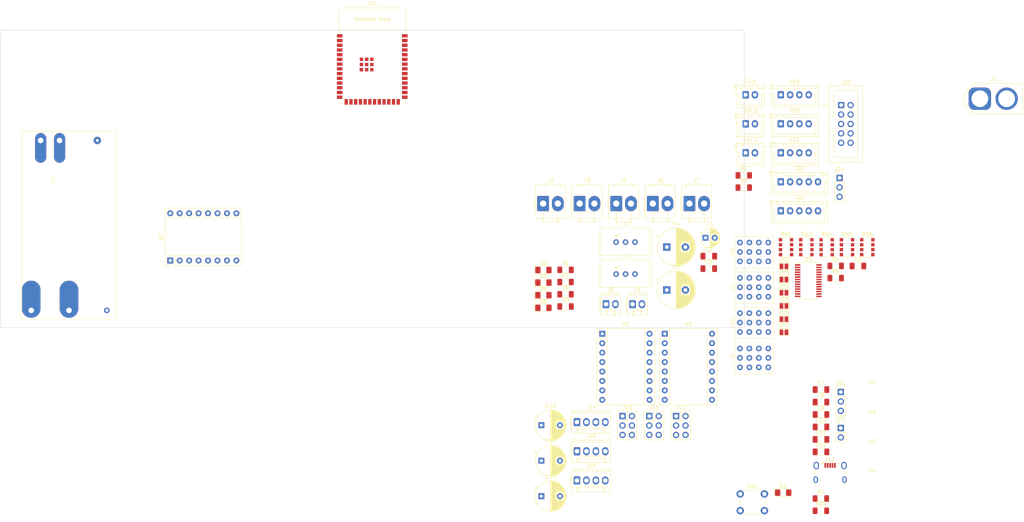
<source format=kicad_pcb>
(kicad_pcb (version 20221018) (generator pcbnew)
  (layers (0 "F.Cu" signal) (1 "In1.Cu" power) (2 "In2.Cu" power) (31 "B.Cu" signal) (34 "B.Paste" user) (35 "F.Paste" user) (36 "B.SilkS" user "B.Silkscreen") (37 "F.SilkS" user "F.Silkscreen") (38 "B.Mask" user) (39 "F.Mask" user) (44 "Edge.Cuts" user))
  (net 0 "")
  (net 1 "GND")
  (net 2 "+BATT")
  (net 3 "Net-(RN1-R1.1)")
  (net 4 "Net-(RN1-R2.1)")
  (net 5 "Net-(RN1-R3.1)")
  (net 6 "Net-(RN1-R4.1)")
  (net 7 "Net-(RN4-R1.1)")
  (net 8 "Net-(RN4-R2.1)")
  (net 9 "Net-(RN4-R3.1)")
  (net 10 "Net-(RN4-R4.1)")
  (net 11 "Net-(RN5-R1.1)")
  (net 12 "Net-(RN5-R2.1)")
  (net 13 "Net-(RN5-R3.1)")
  (net 14 "Net-(RN5-R4.1)")
  (net 15 "Net-(RN6-R1.1)")
  (net 16 "Net-(RN6-R2.1)")
  (net 17 "Net-(RN6-R3.1)")
  (net 18 "Net-(RN6-R4.1)")
  (net 20 "SCL")
  (net 21 "SDA")
  (net 22 "+5V")
  (net 23 "Net-(JP1-A)")
  (net 24 "Net-(JP2-B)")
  (net 25 "Net-(JP3-B)")
  (net 26 "Net-(JP4-B)")
  (net 27 "Net-(JP5-B)")
  (net 28 "Net-(JP6-B)")
  (net 29 "Net-(JP7-B)")
  (net 31 "Net-(A1-A2)")
  (net 32 "Net-(A1-A1)")
  (net 33 "Net-(A1-B1)")
  (net 34 "Net-(A1-B2)")
  (net 35 "EN")
  (net 36 "Net-(A1-M0)")
  (net 37 "Net-(A1-M1)")
  (net 38 "Net-(A1-M2)")
  (net 39 "STEP1")
  (net 40 "DIR1")
  (net 42 "Net-(A2-A2)")
  (net 43 "Net-(A2-A1)")
  (net 44 "Net-(A2-B1)")
  (net 45 "Net-(A2-B2)")
  (net 46 "Net-(A2-M0)")
  (net 47 "Net-(A2-M1)")
  (net 48 "Net-(A2-M2)")
  (net 49 "STEP2")
  (net 50 "DIR2")
  (net 52 "Net-(A3-A2)")
  (net 53 "Net-(A3-A1)")
  (net 54 "Net-(A3-B1)")
  (net 55 "Net-(A3-B2)")
  (net 56 "Net-(A3-M0)")
  (net 57 "Net-(A3-M1)")
  (net 58 "Net-(A3-M2)")
  (net 59 "STEP3")
  (net 60 "DIR3")
  (net 61 "+3V3")
  (net 62 "/Micro Proccessor/en")
  (net 65 "Net-(J12-D-)")
  (net 66 "Net-(J12-D+)")
  (net 69 "SPICLK")
  (net 70 "SPIDO")
  (net 71 "SPIDI")
  (net 72 "SPIMS")
  (net 73 "Net-(J11-Pin_2)")
  (net 74 "Net-(J11-Pin_1)")
  (net 75 "Btn1")
  (net 76 "Net-(J12-VBUS)")
  (net 78 "Net-(RN4-R4.2)")
  (net 79 "Net-(RN4-R3.2)")
  (net 80 "Net-(RN4-R2.2)")
  (net 81 "Net-(RN4-R1.2)")
  (net 82 "Net-(RN5-R4.2)")
  (net 83 "Net-(RN5-R3.2)")
  (net 84 "Net-(RN5-R2.2)")
  (net 85 "Net-(RN5-R1.2)")
  (net 86 "Net-(RN6-R4.2)")
  (net 87 "Net-(RN6-R3.2)")
  (net 88 "Net-(RN6-R2.2)")
  (net 89 "Net-(RN6-R1.2)")
  (net 90 "Net-(D1-A)")
  (net 91 "Net-(RN1-R4.2)")
  (net 92 "Net-(RN1-R3.2)")
  (net 93 "Net-(RN1-R2.2)")
  (net 94 "Net-(RN1-R1.2)")
  (net 96 "+5VP")
  (net 98 "Btn2")
  (net 99 "LIDARRX")
  (net 100 "LIDARTX")
  (net 101 "PWMLIDAR")
  (net 102 "Nappe4")
  (net 103 "Nappe8")
  (net 104 "Nappe3")
  (net 105 "Nappe7")
  (net 106 "Nappe2")
  (net 107 "Nappe6")
  (net 108 "Nappe1")
  (net 109 "Nappe5")
  (net 110 "Neopixel")
  (net 111 "+3.3V")
  (net 112 "Tir.")
  (net 113 "Net-(D2-A)")
  (net 114 "Net-(D3-A)")
  (net 115 "Net-(D4-A)")
  (net 116 "Net-(D5-A)")
  (footprint "Traco:Traco TEN 50 series" (layer "F.Cu") (at 38.4 72.4 -90)
    (fp_text reference "U4" (at -12.1 4.1 -90 unlocked) (layer "F.SilkS") (effects (font (thickness 0.1))))
    (fp_text value "TEN_50-2411WI")
    (pad "1" thru_hole oval (at -22.76 7.52 270) (size 8 3) (drill 1.5 (offset 2 0)) (layers "*.Cu" "*.Mask") (net 2 "+BATT"))
    (pad "2" thru_hole oval (at -22.76 2.44 270) (size 8 3) (drill 1.5 (offset 2 0)) (layers "*.Cu" "*.Mask") (net 1 "GND"))
    (pad "3" thru_hole circle (at -22.76 -7.72 270) (size 2 2) (drill 0.762) (layers "*.Cu" "*.Mask"))
    (pad "4" thru_hole oval (at 22.96 10.06 270) (size 10 5) (drill 1.5 (offset -3 0)) (layers "*.Cu" "*.Mask") (net 96 "+5VP"))
    (pad "5" thru_hole oval (at 22.96 -0.1 270) (size 10 5) (drill 1.5 (offset -3 0)) (layers "*.Cu" "*.Mask") (net 1 "GND"))
    (pad "6" thru_hole circle (at 22.96 -10.26 270) (size 1.524 1.524) (drill 0.762) (layers "*.Cu" "*.Mask"))
  )
  (footprint "Connector_Molex:Molex_KK-254_AE-6410-02A_1x02_P2.54mm_Vertical" (layer "F.Cu") (at 189.965 93.695)
    (fp_text reference "J9" (at 1.27 -4.12) (layer "F.SilkS"))
    (fp_text value "Conn_01x02")
    (pad "1" thru_hole roundrect (at 0 0) (size 1.74 2.19) (drill 1.19) (layers "*.Cu" "*.Mask") (roundrect_rratio 0.143678) (net 1 "GND"))
    (pad "2" thru_hole oval (at 2.54 0) (size 1.74 2.19) (drill 1.19) (layers "*.Cu" "*.Mask") (net 22 "+5V"))
  )
  (footprint "Custom:Servo_Bloc_x04" (layer "F.Cu") (at 222.64 98.64)
    (fp_text reference "U8" (at -6 -0.1 90 unlocked) (layer "F.SilkS") (effects (font (thickness 0.1))))
    (fp_text value "Servo_Conn_Pack_x04")
    (pad "1" thru_hole circle (at -3.81 0) (size 1.524 1.524) (drill 0.762) (layers "*.Cu" "*.Mask") (net 96 "+5VP"))
    (pad "1" thru_hole circle (at -1.27 0) (size 1.524 1.524) (drill 0.762) (layers "*.Cu" "*.Mask") (net 96 "+5VP"))
    (pad "1" thru_hole circle (at 1.27 0) (size 1.524 1.524) (drill 0.762) (layers "*.Cu" "*.Mask") (net 96 "+5VP"))
    (pad "1" thru_hole circle (at 3.81 0) (size 1.524 1.524) (drill 0.762) (layers "*.Cu" "*.Mask") (net 96 "+5VP"))
    (pad "2" thru_hole circle (at -3.81 -2.54) (size 1.524 1.524) (drill 0.762) (layers "*.Cu" "*.Mask") (net 1 "GND"))
    (pad "2" thru_hole circle (at -1.27 -2.54) (size 1.524 1.524) (drill 0.762) (layers "*.Cu" "*.Mask") (net 1 "GND"))
    (pad "2" thru_hole circle (at 1.27 -2.54) (size 1.524 1.524) (drill 0.762) (layers "*.Cu" "*.Mask") (net 1 "GND"))
    (pad "2" thru_hole circle (at 3.81 -2.54) (size 1.524 1.524) (drill 0.762) (layers "*.Cu" "*.Mask") (net 1 "GND"))
    (pad "3" thru_hole circle (at 3.81 2.54) (size 1.524 1.524) (drill 0.762) (layers "*.Cu" "*.Mask") (net 82 "Net-(RN5-R4.2)"))
    (pad "4" thru_hole circle (at 1.27 2.54) (size 1.524 1.524) (drill 0.762) (layers "*.Cu" "*.Mask") (net 83 "Net-(RN5-R3.2)"))
    (pad "5" thru_hole circle (at -1.27 2.54) (size 1.524 1.524) (drill 0.762) (layers "*.Cu" "*.Mask") (net 84 "Net-(RN5-R2.2)"))
    (pad "6" thru_hole circle (at -3.81 2.54) (size 1.524 1.524) (drill 0.762) (layers "*.Cu" "*.Mask") (net 85 "Net-(RN5-R1.2)"))
  )
  (footprint "Connector_Molex:Molex_KK-396_A-41791-0002_1x02_P3.96mm_Vertical" (layer "F.Cu") (at 165.925 66.625)
    (fp_text reference "J2" (at 1.98 -6.31) (layer "F.SilkS"))
    (fp_text value "Conn_01x02")
    (pad "1" thru_hole roundrect (at 0 0) (size 3.16 4.1) (drill 1.7) (layers "*.Cu" "*.Mask") (roundrect_rratio 0.079114) (net 1 "GND"))
    (pad "2" thru_hole oval (at 3.96 0) (size 3.16 4.1) (drill 1.7) (layers "*.Cu" "*.Mask") (net 2 "+BATT"))
  )
  (footprint "MountingHole:MountingHole_3.2mm_M3" (layer "F.Cu") (at 254.525 134.865)
    (fp_text reference "H3" (at 0 -4.2) (layer "F.SilkS"))
    (fp_text value "MountingHole")
    (pad "" np_thru_hole circle (at 0 0) (size 3.2 3.2) (drill 3.2) (layers "*.Cu" "*.Mask"))
  )
  (footprint "Connector_PinHeader_2.54mm:PinHeader_2x03_P2.54mm_Vertical" (layer "F.Cu") (at 187.265 123.795)
    (fp_text reference "J13" (at 1.27 -2.33) (layer "F.SilkS"))
    (fp_text value "Conn_02x03_Odd_Even")
    (pad "1" thru_hole rect (at 0 0) (size 1.7 1.7) (drill 1) (layers "*.Cu" "*.Mask") (net 22 "+5V"))
    (pad "2" thru_hole oval (at 2.54 0) (size 1.7 1.7) (drill 1) (layers "*.Cu" "*.Mask") (net 38 "Net-(A1-M2)"))
    (pad "3" thru_hole oval (at 0 2.54) (size 1.7 1.7) (drill 1) (layers "*.Cu" "*.Mask") (net 22 "+5V"))
    (pad "4" thru_hole oval (at 2.54 2.54) (size 1.7 1.7) (drill 1) (layers "*.Cu" "*.Mask") (net 37 "Net-(A1-M1)"))
    (pad "5" thru_hole oval (at 0 5.08) (size 1.7 1.7) (drill 1) (layers "*.Cu" "*.Mask") (net 22 "+5V"))
    (pad "6" thru_hole oval (at 2.54 5.08) (size 1.7 1.7) (drill 1) (layers "*.Cu" "*.Mask") (net 36 "Net-(A1-M0)"))
  )
  (footprint "Module:Pololu_Breakout-16_15.2x20.3mm" (layer "F.Cu") (at 198.625 101.645)
    (fp_text reference "A3" (at 6.35 -2.54) (layer "F.SilkS"))
    (fp_text value "Pololu_Breakout_DRV8825")
    (pad "1" thru_hole rect (at 0 0) (size 1.6 1.6) (drill 0.8) (layers "*.Cu" "*.Mask") (net 1 "GND"))
    (pad "2" thru_hole oval (at 0 2.54) (size 1.6 1.6) (drill 0.8) (layers "*.Cu" "*.Mask"))
    (pad "3" thru_hole oval (at 0 5.08) (size 1.6 1.6) (drill 0.8) (layers "*.Cu" "*.Mask") (net 52 "Net-(A3-A2)"))
    (pad "4" thru_hole oval (at 0 7.62) (size 1.6 1.6) (drill 0.8) (layers "*.Cu" "*.Mask") (net 53 "Net-(A3-A1)"))
    (pad "5" thru_hole oval (at 0 10.16) (size 1.6 1.6) (drill 0.8) (layers "*.Cu" "*.Mask") (net 54 "Net-(A3-B1)"))
    (pad "6" thru_hole oval (at 0 12.7) (size 1.6 1.6) (drill 0.8) (layers "*.Cu" "*.Mask") (net 55 "Net-(A3-B2)"))
    (pad "7" thru_hole oval (at 0 15.24) (size 1.6 1.6) (drill 0.8) (layers "*.Cu" "*.Mask") (net 1 "GND"))
    (pad "8" thru_hole oval (at 0 17.78) (size 1.6 1.6) (drill 0.8) (layers "*.Cu" "*.Mask") (net 2 "+BATT"))
    (pad "9" thru_hole oval (at 12.7 17.78) (size 1.6 1.6) (drill 0.8) (layers "*.Cu" "*.Mask") (net 35 "EN"))
    (pad "10" thru_hole oval (at 12.7 15.24) (size 1.6 1.6) (drill 0.8) (layers "*.Cu" "*.Mask") (net 56 "Net-(A3-M0)"))
    (pad "11" thru_hole oval (at 12.7 12.7) (size 1.6 1.6) (drill 0.8) (layers "*.Cu" "*.Mask") (net 57 "Net-(A3-M1)"))
    (pad "12" thru_hole oval (at 12.7 10.16) (size 1.6 1.6) (drill 0.8) (layers "*.Cu" "*.Mask") (net 58 "Net-(A3-M2)"))
    (pad "13" thru_hole oval (at 12.7 7.62) (size 1.6 1.6) (drill 0.8) (layers "*.Cu" "*.Mask") (net 22 "+5V"))
    (pad "14" thru_hole oval (at 12.7 5.08) (size 1.6 1.6) (drill 0.8) (layers "*.Cu" "*.Mask") (net 22 "+5V"))
    (pad "15" thru_hole oval (at 12.7 2.54) (size 1.6 1.6) (drill 0.8) (layers "*.Cu" "*.Mask") (net 59 "STEP3"))
    (pad "16" thru_hole oval (at 12.7 0) (size 1.6 1.6) (drill 0.8) (layers "*.Cu" "*.Mask") (net 60 "DIR3"))
  )
  (footprint "Connector_JST:JST_XH_B4B-XH-A_1x04_P2.50mm_Vertical" (layer "F.Cu") (at 229.815 52.965)
    (fp_text reference "J21" (at 3.75 -3.55) (layer "F.SilkS"))
    (fp_text value "Conn_01x04")
    (pad "1" thru_hole roundrect (at 0 0) (size 1.7 1.95) (drill 0.95) (layers "*.Cu" "*.Mask") (roundrect_rratio 0.147059) (net 111 "+3.3V"))
    (pad "2" thru_hole oval (at 2.5 0) (size 1.7 1.95) (drill 0.95) (layers "*.Cu" "*.Mask") (net 20 "SCL"))
    (pad "3" thru_hole oval (at 5 0) (size 1.7 1.95) (drill 0.95) (layers "*.Cu" "*.Mask") (net 21 "SDA"))
    (pad "4" thru_hole oval (at 7.5 0) (size 1.7 1.95) (drill 0.95) (layers "*.Cu" "*.Mask") (net 1 "GND"))
  )
  (footprint "Connector_Molex:Molex_KK-396_A-41791-0002_1x02_P3.96mm_Vertical" (layer "F.Cu") (at 175.755 66.625)
    (fp_text reference "J3" (at 1.98 -6.31) (layer "F.SilkS"))
    (fp_text value "Conn_01x02")
    (pad "1" thru_hole roundrect (at 0 0) (size 3.16 4.1) (drill 1.7) (layers "*.Cu" "*.Mask") (roundrect_rratio 0.079114) (net 1 "GND"))
    (pad "2" thru_hole oval (at 3.96 0) (size 3.16 4.1) (drill 1.7) (layers "*.Cu" "*.Mask") (net 2 "+BATT"))
  )
  (footprint "Connector_JST:JST_XH_B5B-XH-A_1x05_P2.50mm_Vertical" (layer "F.Cu") (at 229.815 68.565)
    (fp_text reference "J25" (at 5 -3.55) (layer "F.SilkS"))
    (fp_text value "Conn_01x05")
    (pad "1" thru_hole roundrect (at 0 0) (size 1.7 1.95) (drill 0.95) (layers "*.Cu" "*.Mask") (roundrect_rratio 0.147059) (net 1 "GND"))
    (pad "2" thru_hole oval (at 2.5 0) (size 1.7 1.95) (drill 0.95) (layers "*.Cu" "*.Mask") (net 69 "SPICLK"))
    (pad "3" thru_hole oval (at 5 0) (size 1.7 1.95) (drill 0.95) (layers "*.Cu" "*.Mask") (net 70 "SPIDO"))
    (pad "4" thru_hole oval (at 7.5 0) (size 1.7 1.95) (drill 0.95) (layers "*.Cu" "*.Mask") (net 71 "SPIDI"))
    (pad "5" thru_hole oval (at 10 0) (size 1.7 1.95) (drill 0.95) (layers "*.Cu" "*.Mask") (net 72 "SPIMS"))
  )
  (footprint "Connector_JST:JST_XH_B2B-XH-A_1x02_P2.50mm_Vertical" (layer "F.Cu") (at 220.365 52.965)
    (fp_text reference "btn.2" (at 1.25 -3.55) (layer "F.SilkS"))
    (fp_text value "Conn_01x02")
    (pad "1" thru_hole roundrect (at 0 0) (size 1.7 2) (drill 1) (layers "*.Cu" "*.Mask") (roundrect_rratio 0.147059) (net 1 "GND"))
    (pad "2" thru_hole oval (at 2.5 0) (size 1.7 2) (drill 1) (layers "*.Cu" "*.Mask") (net 98 "Btn2"))
  )
  (footprint "Traco:Traco 2- 24xx" (layer "F.Cu") (at 188.09 76.85)
    (fp_text reference "U2" (at 0 -4.7 unlocked) (layer "F.SilkS") (effects (font (thickness 0.1))))
    (fp_text value "TSR_2-2433")
    (pad "1" thru_hole circle (at -2.54 0.14) (size 1.524 1.524) (drill 0.762) (layers "*.Cu" "*.Mask") (net 2 "+BATT"))
    (pad "2" thru_hole circle (at 0 0.14) (size 1.524 1.524) (drill 0.762) (layers "*.Cu" "*.Mask") (net 1 "GND"))
    (pad "3" thru_hole circle (at 2.54 0.14) (size 1.524 1.524) (drill 0.762) (layers "*.Cu" "*.Mask") (net 61 "+3V3"))
  )
  (footprint "Capacitor_SMD:C_1206_3216Metric_Pad1.33x1.80mm_HandSolder" (layer "F.Cu") (at 210.455 80.775)
    (fp_text reference "C2" (at 0 -1.85) (layer "F.SilkS"))
    (fp_text value "C_Small")
    (pad "1" smd roundrect (at -1.5625 0) (size 1.325 1.8) (layers "F.Cu" "F.Paste" "F.Mask") (roundrect_rratio 0.188679) (net 61 "+3V3"))
    (pad "2" smd roundrect (at 1.5625 0) (size 1.325 1.8) (layers "F.Cu" "F.Paste" "F.Mask") (roundrect_rratio 0.188679) (net 1 "GND"))
  )
  (footprint "Capacitor_THT:CP_Radial_D8.0mm_P5.00mm" (layer "F.Cu") (at 165.459698 135.795)
    (fp_text reference "C14" (at 2.5 -5.25) (layer "F.SilkS"))
    (fp_text value "C_Polarized")
    (pad "1" thru_hole rect (at 0 0) (size 1.6 1.6) (drill 0.8) (layers "*.Cu" "*.Mask") (net 2 "+BATT"))
    (pad "2" thru_hole circle (at 5 0) (size 1.6 1.6) (drill 0.8) (layers "*.Cu" "*.Mask") (net 1 "GND"))
  )
  (footprint "Jumper:SolderJumper-2_P1.3mm_Open_Pad1.0x1.5mm" (layer "F.Cu") (at 230.665 94.165)
    (fp_text reference "JP5" (at 0 -1.8) (layer "F.SilkS"))
    (fp_text value "Jumper_2_Open")
    (pad "1" smd rect (at -0.65 0) (size 1 1.5) (layers "F.Cu" "F.Mask") (net 111 "+3.3V"))
    (pad "2" smd rect (at 0.65 0) (size 1 1.5) (layers "F.Cu" "F.Mask") (net 27 "Net-(JP5-B)"))
  )
  (footprint "Capacitor_THT:CP_Radial_D10.0mm_P5.00mm" (layer "F.Cu") (at 199.179646 78.325)
    (fp_text reference "C4" (at 2.5 -6.25) (layer "F.SilkS"))
    (fp_text value "C_Polarized")
    (pad "1" thru_hole rect (at 0 0) (size 2 2) (drill 1) (layers "*.Cu" "*.Mask") (net 2 "+BATT"))
    (pad "2" thru_hole circle (at 5 0) (size 2 2) (drill 1) (layers "*.Cu" "*.Mask") (net 1 "GND"))
  )
  (footprint "Connector_PinHeader_2.54mm:PinHeader_2x03_P2.54mm_Vertical" (layer "F.Cu") (at 201.665 123.795)
    (fp_text reference "J17" (at 1.27 -2.33) (layer "F.SilkS"))
    (fp_text value "Conn_02x03_Odd_Even")
    (pad "1" thru_hole rect (at 0 0) (size 1.7 1.7) (drill 1) (layers "*.Cu" "*.Mask") (net 22 "+5V"))
    (pad "2" thru_hole oval (at 2.54 0) (size 1.7 1.7) (drill 1) (layers "*.Cu" "*.Mask") (net 58 "Net-(A3-M2)"))
    (pad "3" thru_hole oval (at 0 2.54) (size 1.7 1.7) (drill 1) (layers "*.Cu" "*.Mask") (net 22 "+5V"))
    (pad "4" thru_hole oval (at 2.54 2.54) (size 1.7 1.7) (drill 1) (layers "*.Cu" "*.Mask") (net 57 "Net-(A3-M1)"))
    (pad "5" thru_hole oval (at 0 5.08) (size 1.7 1.7) (drill 1) (layers "*.Cu" "*.Mask") (net 22 "+5V"))
    (pad "6" thru_hole oval (at 2.54 5.08) (size 1.7 1.7) (drill 1) (layers "*.Cu" "*.Mask") (net 56 "Net-(A3-M0)"))
  )
  (footprint "Capacitor_THT:CP_Radial_D8.0mm_P5.00mm" (layer "F.Cu") (at 165.459698 126.245)
    (fp_text reference "C13" (at 2.5 -5.25) (layer "F.SilkS"))
    (fp_text value "C_Polarized")
    (pad "1" thru_hole rect (at 0 0) (size 1.6 1.6) (drill 0.8) (layers "*.Cu" "*.Mask") (net 2 "+BATT"))
    (pad "2" thru_hole circle (at 5 0) (size 1.6 1.6) (drill 0.8) (layers "*.Cu" "*.Mask") (net 1 "GND"))
  )
  (footprint "Capacitor_SMD:C_1206_3216Metric_Pad1.33x1.80mm_HandSolder" (layer "F.Cu") (at 240.615 130.065)
    (fp_text reference "C11" (at 0 -1.85) (layer "F.SilkS"))
    (fp_text value "C")
    (pad "1" smd roundrect (at -1.5625 0) (size 1.325 1.8) (layers "F.Cu" "F.Paste" "F.Mask") (roundrect_rratio 0.188679) (net 62 "/Micro Proccessor/en"))
    (pad "2" smd roundrect (at 1.5625 0) (size 1.325 1.8) (layers "F.Cu" "F.Paste" "F.Mask") (roundrect_rratio 0.188679) (net 1 "GND"))
  )
  (footprint "LED_SMD:LED_1206_3216Metric_Pad1.42x1.75mm_HandSolder" (layer "F.Cu") (at 166.01 91.275)
    (fp_text reference "D4" (at 0 -1.82) (layer "F.SilkS"))
    (fp_text value "LED_Small")
    (pad "1" smd roundrect (at -1.4875 0) (size 1.425 1.75) (layers "F.Cu" "F.Paste" "F.Mask") (roundrect_rratio 0.175439) (net 1 "GND"))
    (pad "2" smd roundrect (at 1.4875 0) (size 1.425 1.75) (layers "F.Cu" "F.Paste" "F.Mask") (roundrect_rratio 0.175439) (net 115 "Net-(D4-A)"))
  )
  (footprint "Capacitor_SMD:C_1206_3216Metric_Pad1.33x1.80mm_HandSolder" (layer "F.Cu") (at 240.615 123.365)
    (fp_text reference "C9" (at 0 -1.85) (layer "F.SilkS"))
    (fp_text value "C")
    (pad "1" smd roundrect (at -1.5625 0) (size 1.325 1.8) (layers "F.Cu" "F.Paste" "F.Mask") (roundrect_rratio 0.188679) (net 61 "+3V3"))
    (pad "2" smd roundrect (at 1.5625 0) (size 1.325 1.8) (layers "F.Cu" "F.Paste" "F.Mask") (roundrect_rratio 0.188679) (net 1 "GND"))
  )
  (footprint "Module:Pololu_Breakout-16_15.2x20.3mm" (layer "F.Cu") (at 65.71 81.94 90)
    (fp_text reference "A1" (at 6.35 -2.54 90) (layer "F.SilkS"))
    (fp_text value "Pololu_Breakout_DRV8825")
    (pad "1" thru_hole rect (at 0 0 90) (size 1.6 1.6) (drill 0.8) (layers "*.Cu" "*.Mask") (net 1 "GND"))
    (pad "2" thru_hole oval (at 0 2.54 90) (size 1.6 1.6) (drill 0.8) (layers "*.Cu" "*.Mask"))
    (pad "3" thru_hole oval (at 0 5.08 90) (size 1.6 1.6) (drill 0.8) (layers "*.Cu" "*.Mask") (net 31 "Net-(A1-A2)"))
    (pad "4" thru_hole oval (at 0 7.62 90) (size 1.6 1.6) (drill 0.8) (layers "*.Cu" "*.Mask") (net 32 "Net-(A1-A1)"))
    (pad "5" thru_hole oval (at 0 10.16 90) (size 1.6 1.6) (drill 0.8) (layers "*.Cu" "*.Mask") (net 33 "Net-(A1-B1)"))
    (pad "6" thru_hole oval (at 0 12.7 90) (size 1.6 1.6) (drill 0.8) (layers "*.Cu" "*.Mask") (net 34 "Net-(A1-B2)"))
    (pad "7" thru_hole oval (at 0 15.24 90) (size 1.6 1.6) (drill 0.8) (layers "*.Cu" "*.Mask") (net 1 "GND"))
    (pad "8" thru_hole oval (at 0 17.78 90) (size 1.6 1.6) (drill 0.8) (layers "*.Cu" "*.Mask") (net 2 "+BATT"))
    (pad "9" thru_hole oval (at 12.7 17.78 90) (size 1.6 1.6) (drill 0.8) (layers "*.Cu" "*.Mask") (net 35 "EN"))
    (pad "10" thru_hole oval (at 12.7 15.24 90) (size 1.6 1.6) (drill 0.8) (layers "*.Cu" "*.Mask") (net 36 "Net-(A1-M0)"))
    (pad "11" thru_hole oval (at 12.7 12.7 90) (size 1.6 1.6) (drill 0.8) (layers "*.Cu" "*.Mask") (net 37 "Net-(A1-M1)"))
    (pad "12" thru_hole oval (at 12.7 10.16 90) (size 1.6 1.6) (drill 0.8) (layers "*.Cu" "*.Mask") (net 38 "Net-(A1-M2)"))
    (pad "13" thru_hole oval (at 12.7 7.62 90) (size 1.6 1.6) (drill 0.8) (layers "*.Cu" "*.Mask") (net 22 "+5V"))
    (pad "14" thru_hole oval (at 12.7 5.08 90) (size 1.6 1.6) (drill 0.8) (layers "*.Cu" "*.Mask") (net 22 "+5V"))
    (pad "15" thru_hole oval (at 12.7 2.54 90) (size 1.6 1.6) (drill 0.8) (layers "*.Cu" "*.Mask") (net 39 "STEP1"))
    (pad "16" thru_hole oval (at 12.7 0 90) (size 1.6 1.6) (drill 0.8) (layers "*.Cu" "*.Mask") (net 40 "DIR1"))
  )
  (footprint "Resistor_SMD:R_Array_Convex_4x1206" (layer "F.Cu") (at 231.225 78.365)
    (fp_text reference "RN1" (at 0 -3.5) (layer "F.SilkS"))
    (fp_text value "R_Pack04")
    (pad "1" smd rect (at -1.5 -2) (size 0.9 0.9) (layers "F.Cu" "F.Paste" "F.Mask") (net 3 "Net-(RN1-R1.1)"))
    (pad "2" smd rect (at -1.5 -0.66) (size 0.9 0.9) (layers "F.Cu" "F.Paste" "F.Mask") (net 4 "Net-(RN1-R2.1)"))
    (pad "3" smd rect (at -1.5 0.66) (size 0.9 0.9) (layers "F.Cu" "F.Paste" "F.Mask") (net 5 "Net-(RN1-R3.1)"))
    (pad "4" smd rect (at -1.5 2) (size 0.9 0.9) (layers "F.Cu" "F.Paste" "F.Mask") (net 6 "Net-(RN1-R4.1)"))
    (pad "5" smd rect (at 1.5 2) (size 0.9 0.9) (layers "F.Cu" "F.Paste" "F.Mask") (net 91 "Net-(RN1-R4.2)"))
    (pad "6" smd rect (at 1.5 0.66) (size 0.9 0.9) (layers "F.Cu" "F.Paste" "F.Mask") (net 92 "Net-(RN1-R3.2)"))
    (pad "7" smd rect (at 1.5 -0.66) (size 0.9 0.9) (layers "F.Cu" "F.Paste" "F.Mask") (net 93 "Net-(RN1-R2.2)"))
    (pad "8" smd rect (at 1.5 -2) (size 0.9 0.9) (layers "F.Cu" "F.Paste" "F.Mask") (net 94 "Net-(RN1-R1.2)"))
  )
  (footprint "LED_SMD:LED_1206_3216Metric_Pad1.42x1.75mm_HandSolder" (layer "F.Cu") (at 230.46 144.405)
    (fp_text reference "D1" (at 0 -1.82) (layer "F.SilkS"))
    (fp_text value "LED_Small")
    (pad "1" smd roundrect (at -1.4875 0) (size 1.425 1.75) (layers "F.Cu" "F.Paste" "F.Mask") (roundrect_rratio 0.175439) (net 1 "GND"))
    (pad "2" smd roundrect (at 1.4875 0) (size 1.425 1.75) (layers "F.Cu" "F.Paste" "F.Mask") (roundrect_rratio 0.175439) (net 90 "Net-(D1-A)"))
  )
  (footprint "Resistor_SMD:R_1206_3216Metric_Pad1.30x1.75mm_HandSolder" (layer "F.Cu") (at 240.585 149.265)
    (fp_text reference "R24" (at 0 -1.82) (layer "F.SilkS"))
    (fp_text value "R")
    (pad "1" smd roundrect (at -1.55 0) (size 1.3 1.75) (layers "F.Cu" "F.Paste" "F.Mask") (roundrect_rratio 0.192308) (net 61 "+3V3"))
    (pad "2" smd roundrect (at 1.55 0) (size 1.3 1.75) (layers "F.Cu" "F.Paste" "F.Mask") (roundrect_rratio 0.192308) (net 62 "/Micro Proccessor/en"))
  )
  (footprint "Connector_Molex:Molex_KK-254_AE-6410-04A_1x04_P2.54mm_Vertical" (layer "F.Cu") (at 175.025 141.115)
    (fp_text reference "J18" (at 3.81 -4.12) (layer "F.SilkS"))
    (fp_text value "Conn_01x04")
    (pad "1" thru_hole roundrect (at 0 0) (size 1.74 2.19) (drill 1.19) (layers "*.Cu" "*.Mask") (roundrect_rratio 0.143678) (net 52 "Net-(A3-A2)"))
    (pad "2" thru_hole oval (at 2.54 0) (size 1.74 2.19) (drill 1.19) (layers "*.Cu" "*.Mask") (net 53 "Net-(A3-A1)"))
    (pad "3" thru_hole oval (at 5.08 0) (size 1.74 2.19) (drill 1.19) (layers "*.Cu" "*.Mask") (net 54 "Net-(A3-B1)"))
    (pad "4" thru_hole oval (at 7.62 0) (size 1.74 2.19) (drill 1.19) (layers "*.Cu" "*.Mask") (net 55 "Net-(A3-B2)"))
  )
  (footprint "Resistor_SMD:R_1206_3216Metric_Pad1.30x1.75mm_HandSolder" (layer "F.Cu") (at 171.955 91.025)
    (fp_text reference "R8" (at 0 -1.82) (layer "F.SilkS"))
    (fp_text value "R_Small")
    (pad "1" smd roundrect (at -1.55 0) (size 1.3 1.75) (layers "F.Cu" "F.Paste" "F.Mask") (roundrect_rratio 0.192308) (net 96 "+5VP"))
    (pad "2" smd roundrect (at 1.55 0) (size 1.3 1.75) (layers "F.Cu" "F.Paste" "F.Mask") (roundrect_rratio 0.192308) (net 115 "Net-(D4-A)"))
  )
  (footprint "Resistor_SMD:R_1206_3216Metric_Pad1.30x1.75mm_HandSolder" (layer "F.Cu") (at 244.565 83.385)
    (fp_text reference "R4" (at 0 -1.82) (layer "F.SilkS"))
    (fp_text value "R_Small")
    (pad "1" smd roundrect (at -1.55 0) (size 1.3 1.75) (layers "F.Cu" "F.Paste" "F.Mask") (roundrect_rratio 0.192308) (net 28 "Net-(JP6-B)"))
    (pad "2" smd roundrect (at 1.55 0) (size 1.3 1.75) (layers "F.Cu" "F.Paste" "F.Mask") (roundrect_rratio 0.192308) (net 1 "GND"))
  )
  (footprint "Capacitor_SMD:C_1206_3216Metric_Pad1.33x1.80mm_HandSolder" (layer "F.Cu") (at 240.615 116.665)
    (fp_text reference "C7" (at 0 -1.85) (layer "F.SilkS"))
    (fp_text value "C")
    (pad "1" smd roundrect (at -1.5625 0) (size 1.325 1.8) (layers "F.Cu" "F.Paste" "F.Mask") (roundrect_rratio 0.188679) (net 65 "Net-(J12-D-)"))
    (pad "2" smd roundrect (at 1.5625 0) (size 1.325 1.8) (layers "F.Cu" "F.Paste" "F.Mask") (roundrect_rratio 0.188679) (net 1 "GND"))
  )
  (footprint "Package_SO:TSSOP-28_4.4x9.7mm_P0.65mm" (layer "F.Cu") (at 237.215 87.365)
    (fp_text reference "U5" (at 0 -5.8) (layer "F.SilkS"))
    (fp_text value "PCA9685PW")
    (pad "1" smd roundrect (at -2.8625 -4.225) (size 1.475 0.4) (layers "F.Cu" "F.Paste" "F.Mask") (net 24 "Net-(JP2-B)"))
    (pad "2" smd roundrect (at -2.8625 -3.575) (size 1.475 0.4) (layers "F.Cu" "F.Paste" "F.Mask") (net 25 "Net-(JP3-B)"))
    (pad "3" smd roundrect (at -2.8625 -2.925) (size 1.475 0.4) (layers "F.Cu" "F.Paste" "F.Mask") (net 26 "Net-(JP4-B)"))
    (pad "4" smd roundrect (at -2.8625 -2.275) (size 1.475 0.4) (layers "F.Cu" "F.Paste" "F.Mask") (net 27 "Net-(JP5-B)"))
    (pad "5" smd roundrect (at -2.8625 -1.625) (size 1.475 0.4) (layers "F.Cu" "F.Paste" "F.Mask") (net 28 "Net-(JP6-B)"))
    (pad "6" smd roundrect (at -2.8625 -0.975) (size 1.475 0.4) (layers "F.Cu" "F.Paste" "F.Mask") (net 6 "Net-(RN1-R4.1)"))
    (pad "7" smd roundrect (at -2.8625 -0.325) (size 1.475 0.4) (layers "F.Cu" "F.Paste" "F.Mask") (net 5 "Net-(RN1-R3.1)"))
    (pad "8" smd roundrect (at -2.8625 0.325) (size 1.475 0.4) (layers "F.Cu" "F.Paste" "F.Mask") (net 4 "Net-(RN1-R2.1)"))
    (pad "9" smd roundrect (at -2.8625 0.975) (size 1.475 0.4) (layers "F.Cu" "F.Paste" "F.Mask") (net 3 "Net-(RN1-R1.1)"))
    (pad "10" smd roundrect (at -2.8625 1.625) (size 1.475 0.4) (layers "F.Cu" "F.Paste" "F.Mask") (net 10 "Net-(RN4-R4.1)"))
    (pad "11" smd roundrect (at -2.8625 2.275) (size 1.475 0.4) (layers "F.Cu" "F.Paste" "F.Mask") (net 9 "Net-(RN4-R3.1)"))
    (pad "12" smd roundrect (at -2.8625 2.925) (size 1.475 0.4) (layers "F.Cu" "F.Paste" "F.Mask") (net 8 "Net-(RN4-R2.1)"))
    (pad "13" smd roundrect (at -2.8625 3.575) (size 1.475 0.4) (layers "F.Cu" "F.Paste" "F.Mask") (net 7 "Net-(RN4-R1.1)"))
    (pad "14" smd roundrect (at -2.8625 4.225) (size 1.475 0.4) (layers "F.Cu" "F.Paste" "F.Mask") (net 1 "GND"))
    (pad "15" smd roundrect (at 2.8625 4.225) (size 1.475 0.4) (layers "F.Cu" "F.Paste" "F.Mask") (net 14 "Net-(RN5-R4.1)"))
    (pad "16" smd roundrect (at 2.8625 3.575) (size 1.475 0.4) (layers "F.Cu" "F.Paste" "F.Mask") (net 13 "Net-(RN5-R3.1)"))
    (pad "17" smd roundrect (at 2.8625 2.925) (size 1.475 0.4) (layers "F.Cu" "F.Paste" "F.Mask") (net 12 "Net-(RN5-R2.1)"))
    (pad "18" smd roundrect (at 2.8625 2.275) (size 1.475 0.4) (layers "F.Cu" "F.Paste" "F.Mask") (net 11 "Net-(RN5-R1.1)"))
    (pad "19" smd roundrect (at 2.8625 1.625) (size 1.475 0.4) (layers "F.Cu" "F.Paste" "F.Mask") (net 18 "Net-(RN6-R4.1)"))
    (pad "20" smd roundrect (at 2.8625 0.975) (size 1.475 0.4) (layers "F.Cu" "F.Paste" "F.Mask") (net 17 "Net-(RN6-R3.1)"))
    (pad "21" smd roundrect (at 2.8625 0.325) (size 1.475 0.4) (layers "F.Cu" "F.Paste" "F.Mask") (net 16 "Net-(RN6-R2.1)"))
    (pad "22" smd roundrect (at 2.8625 -0.325) (size 1.475 0.4) (layers "F.Cu" "F.Paste" "F.Mask") (net 15 "Net-(RN6-R1.1)"))
    (pad "23" smd roundrect (at 2.8625 -0.975) (size 1.475 0.4) (layers "F.Cu" "F.Paste" "F.Mask"))
    (pad "24" smd roundrect (at 2.8625 -1.625) (size 1.475 0.4) (layers "F.Cu" "F.Paste" "F.Mask") (net 29 "Net-(JP7-B)"))
    (pad "25" smd roundrect (at 2.8625 -2.275) (size 1.475 0.4) (layers "F.Cu" "F.Paste" "F.Mask") (net 1 "GND"))
    (pad "26" smd roundrect (at 2.8625 -2.925) (size 1.475 0.4) (layers "F.Cu" "F.Paste" "F.Mask") (net 20 "SCL"))
    (pad "27" smd roundrect (at 2.8625 -3.575) (size 1.475 0.4) (layers "F.Cu" "F.Paste" "F.Mask") (net 21 "SDA"))
    (pad "28" smd roundrect (at 2.8625 -4.225) (size 1.475 0.4) (layers "F.Cu" "F.Paste" "F.Mask") (net 111 "+3.3V"))
  )
  (footprint "Connector_Molex:Molex_KK-254_AE-6410-04A_1x04_P2.54mm_Vertical" (layer "F.Cu") (at 175.025 133.265)
    (fp_text reference "J16" (at 3.81 -4.12) (layer "F.SilkS"))
    (fp_text value "Conn_01x04")
    (pad "1" thru_hole roundrect (at 0 0) (size 1.74 2.19) (drill 1.19) (layers "*.Cu" "*.Mask") (roundrect_rratio 0.143678) (net 42 "Net-(A2-A2)"))
    (pad "2" thru_hole oval (at 2.54 0) (size 1.74 2.19) (drill 1.19) (layers "*.Cu" "*.Mask") (net 43 "Net-(A2-A1)"))
    (pad "3" thru_hole oval (at 5.08 0) (size 1.74 2.19) (drill 1.19) (layers "*.Cu" "*.Mask") (net 44 "Net-(A2-B1)"))
    (pad "4" thru_hole oval (at 7.62 0) (size 1.74 2.19) (drill 1.19) (layers "*.Cu" "*.Mask") (net 45 "Net-(A2-B2)"))
  )
  (footprint "ESP32:ESP32-S3-WROOM-1" (layer "F.Cu") (at 120 29.75)
    (fp_text reference "U1" (at 0 -17.05) (layer "F.SilkS"))
    (fp_text value "ESP32-S3-WROOM-1")
    (fp_text user "Antenna Area" (at 0 -12.75) (layer "F.SilkS"))
    (pad "1" smd rect (at -8.75 -8.26) (size 1.5 0.9) (layers "F.Cu" "F.Paste" "F.Mask") (net 1 "GND"))
    (pad "2" smd rect (at -8.75 -6.99) (size 1.5 0.9) (layers "F.Cu" "F.Paste" "F.Mask") (net 61 "+3V3"))
    (pad "3" smd rect (at -8.75 -5.72) (size 1.5 0.9) (layers "F.Cu" "F.Paste" "F.Mask") (net 62 "/Micro Proccessor/en"))
    (pad "4" smd rect (at -8.75 -4.45) (size 1.5 0.9) (layers "F.Cu" "F.Paste" "F.Mask") (net 112 "Tir."))
    (pad "5" smd rect (at -8.75 -3.18) (size 1.5 0.9) (layers "F.Cu" "F.Paste" "F.Mask") (net 75 "Btn1"))
    (pad "6" smd rect (at -8.75 -1.91) (size 1.5 0.9) (layers "F.Cu" "F.Paste" "F.Mask") (net 98 "Btn2"))
    (pad "7" smd rect (at -8.75 -0.64) (size 1.5 0.9) (layers "F.Cu" "F.Paste" "F.Mask") (net 110 "Neopixel"))
    (pad "8" smd rect (at -8.75 0.63) (size 1.5 0.9) (layers "F.Cu" "F.Paste" "F.Mask"))
    (pad "9" smd rect (at -8.75 1.9) (size 1.5 0.9) (layers "F.Cu" "F.Paste" "F.Mask"))
    (pad "10" smd rect (at -8.75 3.17) (size 1.5 0.9) (layers "F.Cu" "F.Paste" "F.Mask") (net 99 "LIDARRX"))
    (pad "11" smd rect (at -8.75 4.44) (size 1.5 0.9) (layers "F.Cu" "F.Paste" "F.Mask") (net 100 "LIDARTX"))
    (pad "12" smd rect (at -8.75 5.71) (size 1.5 0.9) (layers "F.Cu" "F.Paste" "F.Mask") (net 21 "SDA"))
    (pad "13" smd rect (at -8.75 6.98) (size 1.5 0.9) (layers "F.Cu" "F.Paste" "F.Mask") (net 65 "Net-(J12-D-)"))
    (pad "14" smd rect (at -8.75 8.25) (size 1.5 0.9) (layers "F.Cu" "F.Paste" "F.Mask") (net 66 "Net-(J12-D+)"))
    (pad "15" smd rect (at -6.985 9.5 90) (size 1.5 0.9) (layers "F.Cu" "F.Paste" "F.Mask") (net 60 "DIR3"))
    (pad "16" smd rect (at -5.715 9.5 90) (size 1.5 0.9) (layers "F.Cu" "F.Paste" "F.Mask") (net 59 "STEP3"))
    (pad "17" smd rect (at -4.445 9.5 90) (size 1.5 0.9) (layers "F.Cu" "F.Paste" "F.Mask") (net 20 "SCL"))
    (pad "18" smd rect (at -3.175 9.5 90) (size 1.5 0.9) (layers "F.Cu" "F.Paste" "F.Mask") (net 50 "DIR2"))
    (pad "19" smd rect (at -1.905 9.5 90) (size 1.5 0.9) (layers "F.Cu" "F.Paste" "F.Mask") (net 49 "STEP2"))
    (pad "20" smd rect (at -0.635 9.5 90) (size 1.5 0.9) (layers "F.Cu" "F.Paste" "F.Mask") (net 40 "DIR1"))
    (pad "21" smd rect (at 0.635 9.5 90) (size 1.5 0.9) (layers "F.Cu" "F.Paste" "F.Mask") (net 39 "STEP1"))
    (pad "22" smd rect (at 1.905 9.5 90) (size 1.5 0.9) (layers "F.Cu" "F.Paste" "F.Mask") (net 35 "EN"))
    (pad "23" smd rect (at 3.175 9.5 90) (size 1.5 0.9) (layers "F.Cu" "F.Paste" "F.Mask"))
    (pad "24" smd rect (at 4.445 9.5 90) (size 1.5 0.9) (layers "F.Cu" "F.Paste" "F.Mask"))
    (pad "25" smd rect (at 5.715 9.5 90) (size 1.5 0.9) (layers "F.Cu" "F.Paste" "F.Mask") (net 109 "Nappe5"))
    (pad "26" smd rect (at 6.985 9.5 90) (size 1.5 0.9) (layers "F.Cu" "F.Paste" "F.Mask") (net 107 "Nappe6"))
    (pad "27" smd rect (at 8.75 8.25 180) (size 1.5 0.9) (layers "F.Cu" "F.Paste" "F.Mask") (net 23 "Net-(JP1-A)"))
    (pad "28" smd rect (at 8.75 6.98 180) (size 1.5 0.9) (layers "F.Cu" "F.Paste" "F.Mask") (net 105 "Nappe7"))
    (pad "29" smd rect (at 8.75 5.71 180) (size 1.5 0.9) (layers "F.Cu" "F.Paste" "F.Mask") (net 103 "Nappe8"))
    (pad "30" smd rect (at 8.75 4.44 180) (size 1.5 0.9) (layers "F.Cu" "F.Paste" "F.Mask") (net 102 "Nappe4"))
    (pad "31" smd rect (at 8.75 3.17 180) (size 1.5 0.9) (layers "F.Cu" "F.Paste" "F.Mask") (net 104 "Nappe3"))
    (pad "32" smd rect (at 8.75 1.9 180) (size 1.5 0.9) (layers "F.Cu" "F.Paste" "F.Mask") (net 69 "SPICLK"))
    (pad "33" smd rect (at 8.75 0.63 180) (size 1.5 0.9) (layers "F.Cu" "F.Paste" "F.Mask") (net 70 "SPIDO"))
    (pad "34" smd rect (at 8.75 -0.64 180) (size 1.5 0.9) (layers "F.Cu" "F.Paste" "F.Mask") (net 71 "SPIDI"))
    (pad "35" smd rect (at 8.75 -1.91 180) (size 1.5 0.9) (layers "F.Cu" "F.Paste" "F.Mask") (net 72 "SPIMS"))
    (pad "36" smd rect (at 8.75 -3.18 180) (size 1.5 0.9) (layers "F.Cu" "F.Paste" "F.Mask") (net 73 "Net-(J11-Pin_2)"))
    (pad "37" smd rect (at 8.75 -4.45 180) (size 1.5 0.9) (layers "F.Cu" "F.Paste" "F.Mask") (net 74 "Net-(J11-Pin_1)"))
    (pad "38" smd rect (at 8.75 -5.72 180) (size 1.5 0.9) (layers "F.Cu" "F.Paste" "F.Mask") (net 106 "Nappe2"))
    (pad "39" smd rect (at 8.75 -6.99 180) (size 1.5 0.9) (layers "F.Cu" "F.Paste" "F.Mask") (net 108 "Nappe1"))
    (pad "40" smd rect (at 8.75 -8.26 180) (size 1.5 0.9) (layers "F.Cu" "F.Paste" "F.Mask") (net 1 "GND"))
    (pad "41" smd rect (at -2.9 -1.94 180) (size 0.9 0.9) (layers "F.Cu" "F.Paste" "F.Mask") (net 1 "GND"))
    (pad "41" smd rect (at -2.9 -0.54 180) (size 0.9 0.9) (layers "F.Cu" "F.Paste" "F.Mask") (net 1 "GND"))
    (pad "41" smd rect (at -2.9 0.86 180) (size 0.9 0.9) (layers "F.Cu" "F.Paste" "F.Mask") (net 1 "GND"))
    (pad "41" smd rect (at -2.9 0.86 180) (size 0.9 0.9) (layers "F.Cu" "F.Paste" "F.Mask") (net 1 "GND"))
    (pad "41" smd rect (at -1.5 -1.94 180) (size 0.9 0.9) (layers "F.Cu" "F.Paste" "F.Mask") (net 1 "GND"))
    (pad "41" smd rect (at -1.5 -1.94 180) (size 0.9 0.9) (layers "F.Cu" "F.Paste" "F.Mask") (net 1 "GND"))
    (pad "41" smd rect (at -1.5 -0.54 180) (size 0.9 0.9) (layers "F.Cu" "F.Paste" "F.Mask") (net 1 "GND"))
    (pad "41" smd rect (at -1.5 0.86 180) (size 0.9 0.9) (layers "F.Cu" "F.Paste" "F.Mask") (net 1 "GND"))
    (pad "41" smd rect (at -0.1 -1.94 180) (size 0.9 0.9) (layers "F.Cu" "F.Paste" "F.Mask") (net 1 "GND"))
    (pad "41" smd rect (at -0.1 -0.54 180) (size 0.9 0.9) (layers "F.Cu" "F.Paste" "F.Mask") (net 1 "GND"))
    (pad "41" smd rect (at -0.1 0.86 180) (size 0.9 0.9) (layers "F.Cu" "F.Paste" "F.Mask") (net 1 "GND"))
  )
  (footprint "Connector_Molex:Molex_KK-396_A-41791-0002_1x02_P3.96mm_Vertical" (layer "F.Cu") (at 185.585 66.625)
    (fp_text reference "J5" (at 1.98 -6.31) (layer "F.SilkS"))
    (fp_text value "Conn_01x02")
    (pad "1" thru_hole roundrect (at 0 0) (size 3.16 4.1) (drill 1.7) (layers "*.Cu" "*.Mask") (roundrect_rratio 0.079114) (net 1 "GND"))
    (pad "2" thru_hole oval (at 3.96 0) (size 3.16 4.1) (drill 1.7) (layers "*.Cu" "*.Mask") (net 96 "+5VP"))
  )
  (footprint "Capacitor_THT:CP_Radial_D10.0mm_P5.00mm" (layer "F.Cu") (at 199.179646 89.875)
    (fp_text reference "C5" (at 2.5 -6.25) (layer "F.SilkS"))
    (fp_text value "C_Polarized")
    (pad "1" thru_hole rect (at 0 0) (size 2 2) (drill 1) (layers "*.Cu" "*.Mask") (net 96 "+5VP"))
    (pad "2" thru_hole circle (at 5 0) (size 2 2) (drill 1) (layers "*.Cu" "*.Mask") (net 1 "GND"))
  )
  (footprint "MountingHole:MountingHole_3.2mm_M3" (layer "F.Cu") (at 254.525 118.965)
    (fp_text reference "H1" (at 0 -4.2) (layer "F.SilkS"))
    (fp_text value "MountingHole")
    (pad "" np_thru_hole circle (at 0 0) (size 3.2 3.2) (drill 3.2) (layers "*.Cu" "*.Mask"))
  )
  (footprint "Capacitor_SMD:C_1206_3216Metric_Pad1.33x1.80mm_HandSolder" (layer "F.Cu") (at 210.455 84.125)
    (fp_text reference "C3" (at 0 -1.85) (layer "F.SilkS"))
    (fp_text value "C_Small")
    (pad "1" smd roundrect (at -1.5625 0) (size 1.325 1.8) (layers "F.Cu" "F.Paste" "F.Mask") (roundrect_rratio 0.188679) (net 22 "+5V"))
    (pad "2" smd roundrect (at 1.5625 0) (size 1.325 1.8) (layers "F.Cu" "F.Paste" "F.Mask") (roundrect_rratio 0.188679) (net 1 "GND"))
  )
  (footprint "Connector_PinHeader_2.54mm:PinHeader_1x03_P2.54mm_Vertical" (layer "F.Cu") (at 245.945 117.315)
    (fp_text reference "J11" (at 0 -2.33) (layer "F.SilkS"))
    (fp_text value "Conn_01x03")
    (pad "1" thru_hole rect (at 0 0) (size 1.7 1.7) (drill 1) (layers "*.Cu" "*.Mask") (net 74 "Net-(J11-Pin_1)"))
    (pad "2" thru_hole oval (at 0 2.54) (size 1.7 1.7) (drill 1) (layers "*.Cu" "*.Mask") (net 73 "Net-(J11-Pin_2)"))
    (pad "3" thru_hole oval (at 0 5.08) (size 1.7 1.7) (drill 1) (layers "*.Cu" "*.Mask") (net 1 "GND"))
  )
  (footprint "Connector_JST:JST_XH_B5B-XH-A_1x05_P2.50mm_Vertical" (layer "F.Cu") (at 229.815 60.765)
    (fp_text reference "J22" (at 5 -3.55) (layer "F.SilkS"))
    (fp_text value "Conn_01x05")
    (pad "1" thru_hole roundrect (at 0 0) (size 1.7 1.95) (drill 0.95) (layers "*.Cu" "*.Mask") (roundrect_rratio 0.147059) (net 22 "+5V"))
    (pad "2" thru_hole oval (at 2.5 0) (size 1.7 1.95) (drill 0.95) (layers "*.Cu" "*.Mask") (net 99 "LIDARRX"))
    (pad "3" thru_hole oval (at 5 0) (size 1.7 1.95) (drill 0.95) (layers "*.Cu" "*.Mask") (net 100 "LIDARTX"))
    (pad "4" thru_hole oval (at 7.5 0) (size 1.7 1.95) (drill 0.95) (layers "*.Cu" "*.Mask") (net 1 "GND"))
    (pad "5" thru_hole oval (at 10 0) (size 1.7 1.95) (drill 0.95) (layers "*.Cu" "*.Mask") (net 101 "PWMLIDAR"))
  )
  (footprint "Capacitor_SMD:C_1206_3216Metric_Pad1.33x1.80mm_HandSolder" (layer "F.Cu") (at 240.615 120.015)
    (fp_text reference "C8" (at 0 -1.85) (layer "F.SilkS"))
    (fp_text value "C")
    (pad "1" smd roundrect (at -1.5625 0) (size 1.325 1.8) (layers "F.Cu" "F.Paste" "F.Mask") (roundrect_rratio 0.188679) (net 66 "Net-(J12-D+)"))
    (pad "2" smd roundrect (at 1.5625 0) (size 1.325 1.8) (layers "F.Cu" "F.Paste" "F.Mask") (roundrect_rratio 0.188679) (net 1 "GND"))
  )
  (footprint "Connector_JST:JST_XH_B2B-XH-A_1x02_P2.50mm_Vertical" (layer "F.Cu") (at 220.365 37.365)
    (fp_text reference "Tir.1" (at 1.25 -3.55) (layer "F.SilkS"))
    (fp_text value "Conn_01x02")
    (pad "1" thru_hole roundrect (at 0 0) (size 1.7 2) (drill 1) (layers "*.Cu" "*.Mask") (roundrect_rratio 0.147059) (net 1 "GND"))
    (pad "2" thru_hole oval (at 2.5 0) (size 1.7 2) (drill 1) (layers "*.Cu" "*.Mask") (net 112 "Tir."))
  )
  (footprint "Resistor_SMD:R_1206_3216Metric_Pad1.30x1.75mm_HandSolder" (layer "F.Cu") (at 171.955 87.735)
    (fp_text reference "R7" (at 0 -1.82) (layer "F.SilkS"))
    (fp_text value "R_Small")
    (pad "1" smd roundrect (at -1.55 0) (size 1.3 1.75) (layers "F.Cu" "F.Paste" "F.Mask") (roundrect_rratio 0.192308) (net 22 "+5V"))
    (pad "2" smd roundrect (at 1.55 0) (size 1.3 1.75) (layers "F.Cu" "F.Paste" "F.Mask") (roundrect_rratio 0.192308) (net 114 "Net-(D3-A)"))
  )
  (footprint "LED_SMD:LED_1206_3216Metric_Pad1.42x1.75mm_HandSolder" (layer "F.Cu") (at 166.01 87.885)
    (fp_text reference "D3" (at 0 -1.82) (layer "F.SilkS"))
    (fp_text value "LED_Small")
    (pad "1" smd roundrect (at -1.4875 0) (size 1.425 1.75) (layers "F.Cu" "F.Paste" "F.Mask") (roundrect_rratio 0.175439) (net 1 "GND"))
    (pad "2" smd roundrect (at 1.4875 0) (size 1.425 1.75) (layers "F.Cu" "F.Paste" "F.Mask") (roundrect_rratio 0.175439) (net 114 "Net-(D3-A)"))
  )
  (footprint "Resistor_SMD:R_1206_3216Metric_Pad1.30x1.75mm_HandSolder" (layer "F.Cu") (at 244.565 86.675)
    (fp_text reference "R5" (at 0 -1.82) (layer "F.SilkS"))
    (fp_text value "R_Small")
    (pad "1" smd roundrect (at -1.55 0) (size 1.3 1.75) (layers "F.Cu" "F.Paste" "F.Mask") (roundrect_rratio 0.192308) (net 29 "Net-(JP7-B)"))
    (pad "2" smd roundrect (at 1.55 0) (size 1.3 1.75) (layers "F.Cu" "F.Paste" "F.Mask") (roundrect_rratio 0.192308) (net 1 "GND"))
  )
  (footprint "Resistor_SMD:R_1206_3216Metric_Pad1.30x1.75mm_HandSolder" (layer "F.Cu") (at 219.865 59.035)
    (fp_text reference "R2" (at 0 -1.82) (layer "F.SilkS"))
    (fp_text value "R")
    (pad "1" smd roundrect (at -1.55 0) (size 1.3 1.75) (layers "F.Cu" "F.Paste" "F.Mask") (roundrect_rratio 0.192308) (net 111 "+3.3V"))
    (pad "2" smd roundrect (at 1.55 0) (size 1.3 1.75) (layers "F.Cu" "F.Paste" "F.Mask") (roundrect_rratio 0.192308) (net 20 "SCL"))
  )
  (footprint "LED_SMD:LED_1206_3216Metric_Pad1.42x1.75mm_HandSolder" (layer "F.Cu") (at 166.01 84.495)
    (fp_text reference "D2" (at 0 -1.82) (layer "F.SilkS"))
    (fp_text value "LED_Small")
    (pad "1" smd roundrect (at -1.4875 0) (size 1.425 1.75) (layers "F.Cu" "F.Paste" "F.Mask") (roundrect_rratio 0.175439) (net 1 "GND"))
    (pad "2" smd roundrect (at 1.4875 0) (size 1.425 1.75) (layers "F.Cu" "F.Paste" "F.Mask") (roundrect_rratio 0.175439) (net 113 "Net-(D2-A)"))
  )
  (footprint "Module:Pololu_Breakout-16_15.2x20.3mm" (layer "F.Cu") (at 181.835 101.645)
    (fp_text reference "A2" (at 6.35 -2.54) (layer "F.SilkS"))
    (fp_text value "Pololu_Breakout_DRV8825")
    (pad "1" thru_hole rect (at 0 0) (size 1.6 1.6) (drill 0.8) (layers "*.Cu" "*.Mask") (net 1 "GND"))
    (pad "2" thru_hole oval (at 0 2.54) (size 1.6 1.6) (drill 0.8) (layers "*.Cu" "*.Mask"))
    (pad "3" thru_hole oval (at 0 5.08) (size 1.6 1.6) (drill 0.8) (layers "*.Cu" "*.Mask") (net 42 "Net-(A2-A2)"))
    (pad "4" thru_hole oval (at 0 7.62) (size 1.6 1.6) (drill 0.8) (layers "*.Cu" "*.Mask") (net 43 "Net-(A2-A1)"))
    (pad "5" thru_hole oval (at 0 10.16) (size 1.6 1.6) (drill 0.8) (layers "*.Cu" "*.Mask") (net 44 "Net-(A2-B1)"))
    (pad "6" thru_hole oval (at 0 12.7) (size 1.6 1.6) (drill 0.8) (layers "*.Cu" "*.Mask") (net 45 "Net-(A2-B2)"))
    (pad "7" thru_hole oval (at 0 15.24) (size 1.6 1.6) (drill 0.8) (layers "*.Cu" "*.Mask") (net 1 "GND"))
    (pad "8" thru_hole oval (at 0 17.78) (size 1.6 1.6) (drill 0.8) (layers "*.Cu" "*.Mask") (net 2 "+BATT"))
    (pad "9" thru_hole oval (at 12.7 17.78) (size 1.6 1.6) (drill 0.8) (layers "*.Cu" "*.Mask") (net 35 "EN"))
    (pad "10" thru_hole oval (at 12.7 15.24) (size 1.6 1.6) (drill 0.8) (layers "*.Cu" "*.Mask") (net 46 "Net-(A2-M0)"))
    (pad "11" thru_hole oval (at 12.7 12.7) (size 1.6 1.6) (drill 0.8) (layers "*.Cu" "*.Mask") (net 47 "Net-(A2-M1)"))
    (pad "12" thru_hole oval (at 12.7 10.16) (size 1.6 1.6) (drill 0.8) (layers "*.Cu" "*.Mask") (net 48 "Net-(A2-M2)"))
    (pad "13" thru_hole oval (at 12.7 7.62) (size 1.6 1.6) (drill 0.8) (layers "*.Cu" "*.Mask") (net 22 "+5V"))
    (pad "14" thru_hole oval (at 12.7 5.08) (size 1.6 1.6) (drill 0.8) (layers "*.Cu" "*.Mask") (net 22 "+5V"))
    (pad "15" thru_hole oval (at 12.7 2.54) (size 1.6 1.6) (drill 0.8) (layers "*.Cu" "*.Mask") (net 49 "STEP2"))
    (pad "16" thru_hole oval (at 12.7 0) (size 1.6 1.6) (drill 0.8) (layers "*.Cu" "*.Mask") (net 50 "DIR2"))
  )
  (footprint "Capacitor_SMD:C_1206_3216Metric_Pad1.33x1.80mm_HandSolder" (layer "F.Cu") (at 250.545 83.415)
    (fp_text reference "C6" (at 0 -1.85) (layer "F.SilkS"))
    (fp_text value "C_Small")
    (pad "1" smd roundrect (at -1.5625 0) (size 1.325 1.8) (layers "F.Cu" "F.Paste" "F.Mask") (roundrect_rratio 0.188679) (net 1 "GND"))
    (pad "2" smd roundrect (at 1.5625 0) (size 1.325 1.8) (layers "F.Cu" "F.Paste" "F.Mask") (roundrect_rratio 0.188679) (net 111 "+3.3V"))
  )
  (footprint "Jumper:SolderJumper-2_P1.3mm_Open_Pad1.0x1.5mm" (layer "F.Cu") (at 230.665 101.265)
    (fp_text reference "JP7" (at 0 -1.8) (layer "F.SilkS"))
    (fp_text value "Jumper_2_Open")
    (pad "1" smd rect (at -0.65 0) (size 1 1.5) (layers "F.Cu" "F.Mask") (net 111 "+3.3V"))
    (pad "2" smd rect (at 0.65 0) (size 1 1.5) (layers "F.Cu" "F.Mask") (net 29 "Net-(JP7-B)"))
  )
  (footprint "Button_Switch_THT:SW_PUSH_6mm" (layer "F.Cu") (at 218.915 144.735)
    (fp_text reference "SW1" (at 3.25 -2) (layer "F.SilkS"))
    (fp_text value "SW_Push")
    (pad "1" thru_hole circle (at 0 0 90) (size 2 2) (drill 1.1) (layers "*.Cu" "*.Mask") (net 1 "GND"))
    (pad "1" thru_hole circle (at 6.5 0 90) (size 2 2) (drill 1.1) (layers "*.Cu" "*.Mask") (net 1 "GND"))
    (pad "2" thru_hole circle (at 0 4.5 90) (size 2 2) (drill 1.1) (layers "*.Cu" "*.Mask") (net 62 "/Micro Proccessor/en"))
    (pad "2" thru_hole circle (at 6.5 4.5 90) (size 2 2) (drill 1.1) (layers "*.Cu" "*.Mask") (net 62 "/Micro Proccessor/en"))
  )
  (footprint "Capacitor_SMD:C_1206_3216Metric_Pad1.33x1.80mm_HandSolder" (layer "F.Cu") (at 240.615 133.415)
    (fp_text reference "C12" (at 0 -1.85) (layer "F.SilkS"))
    (fp_text value "C")
    (pad "1" smd roundrect (at -1.5625 0) (size 1.325 1.8) (layers "F.Cu" "F.Paste" "F.Mask") (roundrect_rratio 0.188679) (net 62 "/Micro Proccessor/en"))
    (pad "2" smd roundrect (at 1.5625 0) (size 1.325 1.8) (layers "F.Cu" "F.Paste" "F.Mask") (roundrect_rratio 0.188679) (net 1 "GND"))
  )
  (footprint "Custom:Servo_Bloc_x04" (layer "F.Cu") (at 222.64 108.14)
    (fp_text reference "U9" (at -6 -0.1 90 unlocked) (layer "F.SilkS") (effects (font (thickness 0.1))))
    (fp_text value "Servo_Conn_Pack_x04")
    (pad "1" thru_hole circle (at -3.81 0) (size 1.524 1.524) (drill 0.762) (layers "*.Cu" "*.Mask") (net 96 "+5VP"))
    (pad "1" thru_hole circle (at -1.27 0) (size 1.524 1.524) (drill 0.762) (layers "*.Cu" "*.Mask") (net 96 "+5VP"))
    (pad "1" thru_hole circle (at 1.27 0) (size 1.524 1.524) (drill 0.762) (layers "*.Cu" "*.Mask") (net 96 "+5VP"))
    (pad "1" thru_hole circle (at 3.81 0) (size 1.524 1.524) (drill 0.762) (layers "*.Cu" "*.Mask") (net 96 "+5VP"))
    (pad "2" thru_hole circle (at -3.81 -2.54) (size 1.524 1.524) (drill 0.762) (layers "*.Cu" "*.Mask") (net 1 "GND"))
    (pad "2" thru_hole circle (at -1.27 -2.54) (size 1.524 1.524) (drill 0.762) (layers "*.Cu" "*.Mask") (net 1 "GND"))
    (pad "2" thru_hole circle (at 1.27 -2.54) (size 1.524 1.524) (drill 0.762) (layers "*.Cu" "*.Mask") (net 1 "GND"))
    (pad "2" thru_hole circle (at 3.81 -2.54) (size 1.524 1.524) (drill 0.762) (layers "*.Cu" "*.Mask") (net 1 "GND"))
    (pad "3" thru_hole circle (at 3.81 2.54) (size 1.524 1.524) (drill 0.762) (layers "*.Cu" "*.Mask") (net 86 "Net-(RN6-R4.2)"))
    (pad "4" thru_hole circle (at 1.27 2.54) (size 1.524 1.524) (drill 0.762) (layers "*.Cu" "*.Mask") (net 87 "Net-(RN6-R3.2)"))
    (pad "5" thru_hole circle (at -1.27 2.54) (size 1.524 1.524) (drill 0.762) (layers "*.Cu" "*.Mask") (net 88 "Net-(RN6-R2.2)"))
    (pad "6" thru_hole circle (at -3.81 2.54) (size 1.524 1.524) (drill 0.762) (layers "*.Cu" "*.Mask") (net 89 "Net-(RN6-R1.2)"))
  )
  (footprint "Resistor_SMD:R_Array_Convex_4x1206" (layer "F.Cu") (at 253.065 78.365)
    (fp_text reference "RN6" (at 0 -3.5) (layer "F.SilkS"))
    (fp_text value "R_Pack04")
    (pad "1" smd rect (at -1.5 -2) (size 0.9 0.9) (layers "F.Cu" "F.Paste" "F.Mask") (net 15 "Net-(RN6-R1.1)"))
    (pad "2" smd rect (at -1.5 -0.66) (size 0.9 0.9) (layers "F.Cu" "F.Paste" "F.Mask") (net 16 "Net-(RN6-R2.1)"))
    (pad "3" smd rect (at -1.5 0.66) (size 0.9 0.9) (layers "F.Cu" "F.Paste" "F.Mask") (net 17 "Net-(RN6-R3.1)"))
    (pad "4" smd rect (at -1.5 2) (size 0.9 0.9) (layers "F.Cu" "F.Paste" "F.Mask") (net 18 "Net-(RN6-R4.1)"))
    (pad "5" smd rect (at 1.5 2) (size 0.9 0.9) (layers "F.Cu" "F.Paste" "F.Mask") (net 86 "Net-(RN6-R4.2)"))
    (pad "6" smd rect (at 1.5 0.66) (size 0.9 0.9) (layers "F.Cu" "F.Paste" "F.Mask") (net 87 "Net-(RN6-R3.2)"))
    (pad "7" smd rect (at 1.5 -0.66) (size 0.9 0.9) (layers "F.Cu" "F.Paste" "F.Mask") (net 88 "Net-(RN6-R2.2)"))
    (pad "8" smd rect (at 1.5 -2) (size 0.9 0.9) (layers "F.Cu" "F.Paste" "F.Mask") (net 89 "Net-(RN6-R1.2)"))
  )
  (footprint "Connector_Molex:Molex_KK-396_A-41791-0002_1x02_P3.96mm_Vertical" (layer "F.Cu") (at 205.245 66.625)
    (fp_text reference "J7" (at 1.98 -6.31) (layer "F.SilkS"))
    (fp_text value "Conn_01x02")
    (pad "1" thru_hole roundrect (at 0 0) (size 3.16 4.1) (drill 1.7) (layers "*.Cu" "*.Mask") (roundrect_rratio 0.079114) (net 1 "GND"))
    (pad "2" thru_hole oval (at 3.96 0) (size 3.16 4.1) (drill 1.7) (layers "*.Cu" "*.Mask") (net 96 "+5VP"))
  )
  (footprint "Resistor_SMD:R_Array_Convex_4x1206" (layer "F.Cu") (at 242.145 78.365)
    (fp_text reference "RN4" (at 0 -3.5) (layer "F.SilkS"))
    (fp_text value "R_Pack04")
    (pad "1" smd rect (at -1.5 -2) (size 0.9 0.9) (layers "F.Cu" "F.Paste" "F.Mask") (net 7 "Net-(RN4-R1.1)"))
    (pad "2" smd rect (at -1.5 -0.66) (size 0.9 0.9) (layers "F.Cu" "F.Paste" "F.Mask") (net 8 "Net-(RN4-R2.1)"))
    (pad "3" smd rect (at -1.5 0.66) (size 0.9 0.9) (layers "F.Cu" "F.Paste" "F.Mask") (net 9 "Net-(RN4-R3.1)"))
    (pad "4" smd rect (at -1.5 2) (size 0.9 0.9) (layers "F.Cu" "F.Paste" "F.Mask") (net 10 "Net-(RN4-R4.1)"))
    (pad "5" smd rect (at 1.5 2) (size 0.9 0.9) (layers "F.Cu" "F.Paste" "F.Mask") (net 78 "Net-(RN4-R4.2)"))
    (pad "6" smd rect (at 1.5 0.66) (size 0.9 0.9) (layers "F.Cu" "F.Paste" "F.Mask") (net 79 "Net-(RN4-R3.2)"))
    (pad "7" smd rect (at 1.5 -0.66) (size 0.9 0.9) (layers "F.Cu" "F.Paste" "F.Mask") (net 80 "Net-(RN4-R2.2)"))
    (pad "8" smd rect (at 1.5 -2) (size 0.9 0.9) (layers "F.Cu" "F.Paste" "F.Mask") (net 81 "Net-(RN4-R1.2)"))
  )
  (footprint "Jumper:SolderJumper-2_P1.3mm_Open_Pad1.0x1.5mm" (layer "F.Cu") (at 230.665 87.065)
    (fp_text reference "JP3" (at 0 -1.8) (layer "F.SilkS"))
    (fp_text value "Jumper_2_Open")
    (pad "1" smd rect (at -0.65 0) (size 1 1.5) (layers "F.Cu" "F.Mask") (net 111 "+3.3V"))
    (pad "2" smd rect (at 0.65 0) (size 1 1.5) (layers "F.Cu" "F.Mask") (net 25 "Net-(JP3-B)"))
  )
  (footprint "Custom:Servo_Bloc_x04" (layer "F.Cu") (at 222.64 79.64)
    (fp_text reference "U6" (at -6 -0.1 90 unlocked) (layer "F.SilkS") (effects (font (thickness 0.1))))
    (fp_text value "Servo_Conn_Pack_x04")
    (pad "1" thru_hole circle (at -3.81 0) (size 1.524 1.524) (drill 0.762) (layers "*.Cu" "*.Mask") (net 96 "+5VP"))
    (pad "1" thru_hole circle (at -1.27 0) (size 1.524 1.524) (drill 0.762) (layers "*.Cu" "*.Mask") (net 96 "+5VP"))
    (pad "1" thru_hole circle (at 1.27 0) (size 1.524 1.524) (drill 0.762) (layers "*.Cu" "*.Mask") (net 96 "+5VP"))
    (pad "1" thru_hole circle (at 3.81 0) (size 1.524 1.524) (drill 0.762) (layers "*.Cu" "*.Mask") (net 96 "+5VP"))
    (pad "2" thru_hole circle (at -3.81 -2.54) (size 1.524 1.524) (drill 0.762) (layers "*.Cu" "*.Mask") (net 1 "GND"))
    (pad "2" thru_hole circle (at -1.27 -2.54) (size 1.524 1.524) (drill 0.762) (layers "*.Cu" "*.Mask") (net 1 "GND"))
    (pad "2" thru_hole circle (at 1.27 -2.54) (size 1.524 1.524) (drill 0.762) (layers "*.Cu" "*.Mask") (net 1 "GND"))
    (pad "2" thru_hole circle (at 3.81 -2.54) (size 1.524 1.524) (drill 0.762) (layers "*.Cu" "*.Mask") (net 1 "GND"))
    (pad "3" thru_hole circle (at 3.81 2.54) (size 1.524 1.524) (drill 0.762) (layers "*.Cu" "*.Mask") (net 91 "Net-(RN1-R4.2)"))
    (pad "4" thru_hole circle (at 1.27 2.54) (size 1.524 1.524) (drill 0.762) (layers "*.Cu" "*.Mask") (net 92 "Net-(RN1-R3.2)"))
    (pad "5" thru_hole circle (at -1.27 2.54) (size 1.524 1.524) (drill 0.762) (layers "*.Cu" "*.Mask") (net 93 "Net-(RN1-R2.2)"))
    (pad "6" thru_hole circle (at -3.81 2.54) (size 1.524 1.524) (drill 0.762) (layers "*.Cu" "*.Mask") (net 94 "Net-(RN1-R1.2)"))
  )
  (footprint "Resistor_SMD:R_1206_3216Metric_Pad1.30x1.75mm_HandSolder" (layer "F.Cu") (at 171.955 94.315)
    (fp_text reference "R9" (at 0 -1.82) (layer "F.SilkS"))
    (fp_text value "R_Small")
    (pad "1" smd roundrect (at -1.55 0) (size 1.3 1.75) (layers "F.Cu" "F.Paste" "F.Mask") (roundrect_rratio 0.192308) (net 2 "+BATT"))
    (pad "2" smd roundrect (at 1.55 0) (size 1.3 1.75) (layers "F.Cu" "F.Paste" "F.Mask") (roundrect_rratio 0.192308) (net 116 "Net-(D5-A)"))
  )
  (footprint "LED_SMD:LED_1206_3216Metric_Pad1.42x1.75mm_HandSolder" (layer "F.Cu") (at 166.01 94.665)
    (fp_text reference "D5" (at 0 -1.82) (layer "F.SilkS"))
    (fp_text value "LED_Small")
    (pad "1" smd roundrect (at -1.4875 0) (size 1.425 1.75) (layers "F.Cu" "F.Paste" "F.Mask") (roundrect_rratio 0.175439) (net 1 "GND"))
    (pad "2" smd roundrect (at 1.4875 0) (size 1.425 1.75) (layers "F.Cu" "F.Paste" "F.Mask") (roundrect_rratio 0.175439) (net 116 "Net-(D5-A)"))
  )
  (footprint "Resistor_SMD:R_1206_3216Metric_Pad1.30x1.75mm_HandSolder" (layer "F.Cu") (at 240.585 145.975)
    (fp_text reference "R1" (at 0 -1.82) (layer "F.SilkS"))
    (fp_text value "R_Small")
    (pad "1" smd roundrect (at -1.55 0) (size 1.3 1.75) (layers "F.Cu" "F.Paste" "F.Mask") (roundrect_rratio 0.192308) (net 90 "Net-(D1-A)"))
    (pad "2" smd roundrect (at 1.55 0) (size 1.3 1.75) (layers "F.Cu" "F.Paste" "F.Mask") (roundrect_rratio 0.192308) (net 76 "Net-(J12-VBUS)"))
  )
  (footprint "MountingHole:MountingHole_3.2mm_M3" (layer "F.Cu") (at 254.525 142.815)
    (fp_text reference "H4" (at 0 -4.2) (layer "F.SilkS"))
    (fp_text value "MountingHole")
    (pad "" np_thru_hole circle (at 0 0) (size 3.2 3.2) (drill 3.2) (layers "*.Cu" "*.Mask"))
  )
  (footprint "Connector_PinHeader_2.54mm:PinHeader_1x03_P2.54mm_Vertical" (layer "F.Cu") (at 245.615 59.715)
    (fp_text reference "J24" (at 0 -2.33) (layer "F.SilkS"))
    (fp_text value "Conn_01x03")
    (pad "1" thru_hole rect (at 0 0) (size 1.7 1.7) (drill 1) (layers "*.Cu" "*.Mask") (net 110 "Neopixel"))
    (pad "2" thru_hole oval (at 0 2.54) (size 1.7 1.7) (drill 1) (layers "*.Cu" "*.Mask") (net 96 "+5VP"))
    (pad "3" thru_hole oval (at 0 5.08) (size 1.7 1.7) (drill 1) (layers "*.Cu" "*.Mask") (net 1 "GND"))
  )
  (footprint "Resistor_SMD:R_1206_3216Metric_Pad1.30x1.75mm_HandSolder" (layer "F.Cu") (at 219.865 62.325)
    (fp_text reference "R3" (at 0 -1.82) (layer "F.SilkS"))
    (fp_text value "R")
    (pad "1" smd roundrect (at -1.55 0) (size 1.3 1.75) (layers "F.Cu" "F.Paste" "F.Mask") (roundrect_rratio 0.192308) (net 111 "+3.3V"))
    (pad "2" smd roundrect (at 1.55 0) (size 1.3 1.75) (layers "F.Cu" "F.Paste" "F.Mask") (roundrect_rratio 0.192308) (net 21 "SDA"))
  )
  (footprint "MountingHole:MountingHole_3.2mm_M3" (layer "F.Cu") (at 254.525 126.915)
    (fp_text reference "H2" (at 0 -4.2) (layer "F.SilkS"))
    (fp_text value "MountingHole")
    (pad "" np_thru_hole circle (at 0 0) (size 3.2 3.2) (drill 3.2) (layers "*.Cu" "*.Mask"))
  )
  (footprint "Jumper:SolderJumper-2_P1.3mm_Open_Pad1.0x1.5mm" (layer "F.Cu") (at 230.665 97.715)
    (fp_text reference "JP6" (at 0 -1.8) (layer "F.SilkS"))
    (fp_text value "Jumper_2_Open")
    (pad "1" smd rect (at -0.65 0) (size 1 1.5) (layers "F.Cu" "F.Mask") (net 111 "+3.3V"))
    (pad "2" smd rect (at 0.65 0) (size 1 1.5) (layers "F.Cu" "F.Mask") (net 28 "Net-(JP6-B)"))
  )
  (footprint "Connector_Molex:Molex_KK-396_A-41791-0002_1x02_P3.96mm_Vertical" (layer "F.Cu") (at 195.415 66.625)
    (fp_text reference "J6" (at 1.98 -6.31) (layer "F.SilkS"))
    (fp_text value "Conn_01x02")
    (pad "1" thru_hole roundrect (at 0 0) (size 3.16 4.1) (drill 1.7) (layers "*.Cu" "*.Mask") (roundrect_rratio 0.079114) (net 1 "GND"))
    (pad "2" thru_hole oval (at 3.96 0) (size 3.16 4.1) (drill 1.7) (layers "*.Cu" "*.Mask") (net 96 "+5VP"))
  )
  (footprint "Capacitor_THT:CP_Radial_D8.0mm_P5.00mm" (layer "F.Cu") (at 165.459698 145.345)
    (fp_text reference "C15" (at 2.5 -5.25) (layer "F.SilkS"))
    (fp_text value "C_Polarized")
    (pad "1" thru_hole rect (at 0 0) (size 1.6 1.6) (drill 0.8) (layers "*.Cu" "*.Mask") (net 2 "+BATT"))
    (pad "2" thru_hole circle (at 5 0) (size 1.6 1.6) (drill 0.8) (layers "*.Cu" "*.Mask") (net 1 "GND"))
  )
  (footprint "Connector_IDC:IDC-Header_2x05_P2.54mm_Vertical" (layer "F.Cu") (at 246.03 40.115)
    (fp_text reference "J23" (at 1.27 -6.1) (layer "F.SilkS"))
    (fp_text value "Conn_02x05_Odd_Even")
    (pad "1" thru_hole roundrect (at 0 0) (size 1.7 1.7) (drill 1) (layers "*.Cu" "*.Mask") (roundrect_rratio 0.147059) (net 1 "GND"))
    (pad "2" thru_hole circle (at 2.54 0) (size 1.7 1.7) (drill 1) (layers "*.Cu" "*.Mask") (net 102 "Nappe4"))
    (pad "3" thru_hole circle (at 0 2.54) (size 1.7 1.7) (drill 1) (layers "*.Cu" "*.Mask") (net 103 "Nappe8"))
    (pad "4" thru_hole circle (at 2.54 2.54) (size 1.7 1.7) (drill 1) (layers "*.Cu" "*.Mask") (net 104 "Nappe3"))
    (pad "5" thru_hole circle (at 0 5.08) (size 1.7 1.7) (drill 1) (layers "*.Cu" "*.Mask") (net 105 "Nappe7"))
    (pad "6" thru_hole circle (at 2.54 5.08) (size 1.7 1.7) (drill 1) (layers "*.Cu" "*.Mask") (net 106 "Nappe2"))
    (pad "7" thru_hole circle (at 0 7.62) (size 1.7 1.7) (drill 1) (layers "*.Cu" "*.Mask") (net 107 "Nappe6"))
    (pad "8" thru_hole circle (at 2.54 7.62) (size 1.7 1.7) (drill 1) (layers "*.Cu" "*.Mask") (net 108 "Nappe1"))
    (pad "9" thru_hole circle (at 0 10.16) (size 1.7 1.7) (drill 1) (layers "*.Cu" "*.Mask") (net 109 "Nappe5"))
    (pad "10" thru_hole circle (at 2.54 10.16) (size 1.7 1.7) (drill 1) (layers "*.Cu" "*.Mask") (net 1 "GND"))
  )
  (footprint "Connector_PinHeader_2.54mm:PinHeader_2x03_P2.54mm_Vertical" (layer "F.Cu") (at 194.465 123.795)
    (fp_text reference "J15" (at 1.27 -2.33) (layer "F.SilkS"))
    (fp_text value "Conn_02x03_Odd_Even")
    (pad "1" thru_hole rect (at 0 0) (size 1.7 1.7) (drill 1) (layers "*.Cu" "*.Mask") (net 22 "+5V"))
    (pad "2" thru_hole oval (at 2.54 0) (size 1.7 1.7) (drill 1) (layers "*.Cu" "*.Mask") (net 48 "Net-(A2-M2)"))
    (pad "3" thru_hole oval (at 0 2.54) (size 1.7 1.7) (drill 1) (layers "*.Cu" "*.Mask") (net 22 "+5V"))
    (pad "4" thru_hole oval (at 2.54 2.54) (size 1.7 1.7) (drill 1) (layers "*.Cu" "*.Mask") (net 47 "Net-(A2-M1)"))
    (pad "5" thru_hole oval (at 0 5.08) (size 1.7 1.7) (drill 1) (layers "*.Cu" "*.Mask") (net 22 "+5V"))
    (pad "6" thru_hole oval (at 2.54 5.08) (size 1.7 1.7) (drill 1) (layers "*.Cu" "*.Mask") (net 46 "Net-(A2-M0)"))
  )
  (footprint "Connector_JST:JST_XH_B4B-XH-A_1x04_P2.50mm_Vertical" (layer "F.Cu") (at 229.815 37.365)
    (fp_text reference "J19" (at 3.75 -3.55) (layer "F.SilkS"))
    (fp_text value "Conn_01x04")
    (pad "1" thru_hole roundrect (at 0 0) (size 1.7 1.95) (drill 0.95) (layers "*.Cu" "*.Mask") (roundrect_rratio 0.147059) (net 111 "+3.3V"))
    (pad "2" thru_hole oval (at 2.5 0) (size 1.7 1.95) (drill 0.95) (layers "*.Cu" "*.Mask") (net 20 "SCL"))
    (pad "3" thru_hole oval (at 5 0) (size 1.7 1.95) (drill 0.95) (layers "*.Cu" "*.Mask") (net 21 "SDA"))
    (pad "4" thru_hole oval (at 7.5 0) (size 1.7 1.95) (drill 0.95) (layers "*.Cu" "*.Mask") (net 1 "GND"))
  )
  (footprint "Connector_Molex:Molex_KK-254_AE-6410-02A_1x02_P2.54mm_Vertical" (layer "F.Cu") (at 182.835 93.695)
    (fp_text reference "J8" (at 1.27 -4.12) (layer "F.SilkS"))
    (fp_text value "Conn_01x02")
    (pad "1" thru_hole roundrect (at 0 0) (size 1.74 2.19) (drill 1.19) (layers "*.Cu" "*.Mask") (roundrect_rratio 0.143678) (net 1 "GND"))
    (pad "2" thru_hole oval (at 2.54 0) (size 1.74 2.19) (drill 1.19) (layers "*.Cu" "*.Mask") (net 22 "+5V"))
  )
  (footprint "Connector_USB:USB_Micro-B_Wuerth_629105150521" (layer "F.Cu") (at 243.075 138.955)
    (fp_text reference "J12" (at 0 -3.5) (layer "F.SilkS"))
    (fp_text value "USB_B_Micro")
    (pad "" np_thru_hole oval (at -2.5 -0.8) (size 0.8 0.8) (drill 0.8) (layers "*.Cu" "*.Mask"))
    (pad "" np_thru_hole oval (at 2.5 -0.8) (size 0.8 0.8) (drill 0.8) (layers "*.Cu" "*.Mask"))
    (pad "1" smd rect (at -1.3 -1.9) (size 0.45 1.3) (layers "F.Cu" "F.Paste" "F.Mask") (net 76 "Net-(J12-VBUS)"))
    (pad "2" smd rect (at -0.65 -1.9) (size 0.45 1.3) (layers "F.Cu" "F.Paste" "F.Mask") (net 65 "Net-(J12-D-)"))
    (pad "3" smd rect (at 0 -1.9) (size 0.45 1.3) (layers "F.Cu" "F.Paste" "F.Mask") (net 66 "Net-(J12-D+)"))
    (pad "4" smd rect (at 0.65 -1.9) (size 0.45 1.3) (layers "F.Cu" "F.Paste" "F.Mask"))
    (pad "5" smd rect (at 1.3 -1.9) (size 0.45 1.3) (layers "F.Cu" "F.Paste" "F.Mask") (net 1 "GND"))
    (pad "6" thru_hole oval (at -3.875 1.95) (size 1.15 1.8) (drill oval 0.55 1.2) (layers "*.Cu" "*.Mask") (net 1 "GND"))
    (pad "6" thru_hole oval (at -3.725 -1.85) (size 1.45 2) (drill oval 0.85 1.4) (layers "*.Cu" "*.Mask") (net 1 "GND"))
    (pad "6" thru_hole oval (at 3.725 -1.85) (size 1.45 2) (drill oval 0.85 1.4) (layers "*.Cu" "*.Mask") (net 1 "GND"))
    (pad "6" thru_hole oval (at 3.875 1.95) (size 1.15 1.8) (drill oval 0.55 1.2) (layers "*.Cu" "*.Mask") (net 1 "GND"))
  )
  (footprint "Resistor_SMD:R_Array_Convex_4x1206" (layer "F.Cu") (at 247.605 78.365)
    (fp_text reference "RN5" (at 0 -3.5) (layer "F.SilkS"))
    (fp_text value "R_Pack04")
    (pad "1" smd rect (at -1.5 -2) (size 0.9 0.9) (layers "F.Cu" "F.Paste" "F.Mask") (net 11 "Net-(RN5-R1.1)"))
    (pad "2" smd rect (at -1.5 -0.66) (size 0.9 0.9) (layers "F.Cu" "F.Paste" "F.Mask") (net 12 "Net-(RN5-R2.1)"))
    (pad "3" smd rect (at -1.5 0.66) (size 0.9 0.9) (layers "F.Cu" "F.Paste" "F.Mask") (net 13 "Net-(RN5-R3.1)"))
    (pad "4" smd rect (at -1.5 2) (size 0.9 0.9) (layers "F.Cu" "F.Paste" "F.Mask") (net 14 "Net-(RN5-R4.1)"))
    (pad "5" smd rect (at 1.5 2) (size 0.9 0.9) (layers "F.Cu" "F.Paste" "F.Mask") (net 82 "Net-(RN5-R4.2)"))
    (pad "6" smd rect (at 1.5 0.66) (size 0.9 0.9) (layers "F.Cu" "F.Paste" "F.Mask") (net 83 "Net-(RN5-R3.2)"))
    (pad "7" smd rect (at 1.5 -0.66) (size 0.9 0.9) (layers "F.Cu" "F.Paste" "F.Mask") (net 84 "Net-(RN5-R2.2)"))
    (pad "8" smd rect (at 1.5 -2) (size 0.9 0.9) (layers "F.Cu" "F.Paste" "F.Mask") (net 85 "Net-(RN5-R1.2)"))
  )
  (footprint "Capacitor_SMD:C_1206_3216Metric_Pad1.33x1.80mm_HandSolder" (layer "F.Cu") (at 240.615 126.715)
    (fp_text reference "C10" (at 0 -1.85) (layer "F.SilkS"))
    (fp_text value "C")
    (pad "1" smd roundrect (at -1.5625 0) (size 1.325 1.8) (layers "F.Cu" "F.Paste" "F.Mask") (roundrect_rratio 0.188679) (net 61 "+3V3"))
    (pad "2" smd roundrect (at 1.5625 0) (size 1.325 1.8) (layers "F.Cu" "F.Paste" "F.Mask") (roundrect_rratio 0.188679) (net 1 "GND"))
  )
  (footprint "Traco:Traco 2- 24xx" (layer "F.Cu") (at 188.09 85.45)
    (fp_text reference "U3" (at 0 -4.7 unlocked) (layer "F.SilkS") (effects (font (thickness 0.1))))
    (fp_text value "TSR_2-2450")
    (pad "1" thru_hole circle (at -2.54 0.14) (size 1.524 1.524) (drill 0.762) (layers "*.Cu" "*.Mask") (net 2 "+BATT"))
    (pad "2" thru_hole circle (at 0 0.14) (size 1.524 1.524) (drill 0.762) (layers "*.Cu" "*.Mask") (net 1 "GND"))
    (pad "3" thru_hole circle (at 2.54 0.14) (size 1.524 1.524) (drill 0.762) (layers "*.Cu" "*.Mask") (net 22 "+5V"))
  )
  (footprint "Resistor_SMD:R_Array_Convex_4x1206" (layer "F.Cu") (at 236.685 78.365)
    (fp_text reference "RN2" (at 0 -3.5) (layer "F.SilkS"))
    (fp_text value "R_Pack04")
    (pad "1" smd rect (at -1.5 -2) (size 0.9 0.9) (layers "F.Cu" "F.Paste" "F.Mask") (net 1 "GND"))
    (pad "2" smd rect (at -1.5 -0.66) (size 0.9 0.9) (layers "F.Cu" "F.Paste" "F.Mask") (net 1 "GND"))
    (pad "3" smd rect (at -1.5 0.66) (size 0.9 0.9) (layers "F.Cu" "F.Paste" "F.Mask") (net 1 "GND"))
    (pad "4" smd rect (at -1.5 2) (size 0.9 0.9) (layers "F.Cu" "F.Paste" "F.Mask") (net 1 "GND"))
    (pad "5" smd rect (at 1.5 2) (size 0.9 0.9) (layers "F.Cu" "F.Paste" "F.Mask") (net 27 "Net-(JP5-B)"))
    (pad "6" smd rect (at 1.5 0.66) (size 0.9 0.9) (layers "F.Cu" "F.Paste" "F.Mask") (net 26 "Net-(JP4-B)"))
    (pad "7" smd rect (at 1.5 -0.66) (size 0.9 0.9) (layers "F.Cu" "F.Paste" "F.Mask") (net 25 "Net-(JP3-B)"))
    (pad "8" smd rect (at 1.5 -2) (size 0.9 0.9) (layers "F.Cu" "F.Paste" "F.Mask") (net 24 "Net-(JP2-B)"))
  )
  (footprint "Resistor_SMD:R_1206_3216Metric_Pad1.30x1.75mm_HandSolder" (layer "F.Cu") (at 171.955 84.445)
    (fp_text reference "R6" (at 0 -1.82) (layer "F.SilkS"))
    (fp_text value "R_Small")
    (pad "1" smd roundrect (at -1.55 0) (size 1.3 1.75) (layers "F.Cu" "F.Paste" "F.Mask") (roundrect_rratio 0.192308) (net 61 "+3V3"))
    (pad "2" smd roundrect (at 1.55 0) (size 1.3 1.75) (layers "F.Cu" "F.Paste" "F.Mask") (roundrect_rratio 0.192308) (net 113 "Net-(D2-A)"))
  )
  (footprint "Connector_Molex:Molex_KK-254_AE-6410-04A_1x04_P2.54mm_Vertical" (layer "F.Cu") (at 175.025 125.415)
    (fp_text reference "J14" (at 3.81 -4.12) (layer "F.SilkS"))
    (fp_text value "Conn_01x04")
    (pad "1" thru_hole roundrect (at 0 0) (size 1.74 2.19) (drill 1.19) (layers "*.Cu" "*.Mask") (roundrect_rratio 0.143678) (net 31 "Net-(A1-A2)"))
    (pad "2" thru_hole oval (at 2.54 0) (size 1.74 2.19) (drill 1.19) (layers "*.Cu" "*.Mask") (net 32 "Net-(A1-A1)"))
    (pad "3" thru_hole oval (at 5.08 0) (size 1.74 2.19) (drill 1.19) (layers "*.Cu" "*.Mask") (net 33 "Net-(A1-B1)"))
    (pad "4" thru_hole oval (at 7.62 0) (size 1.74 2.19) (drill 1.19) (layers "*.Cu" "*.Mask") (net 34 "Net-(A1-B2)"))
  )
  (footprint "Connector_PinHeader_2.54mm:PinHeader_1x02_P2.54mm_Vertical" (layer "F.Cu") (at 245.945 127.015)
    (fp_text reference "JP1" (at 0 -2.33) (layer "F.SilkS"))
    (fp_text value "Jumper_2_Open")
    (pad "1" thru_hole rect (at 0 0) (size 1.7 1.7) (drill 1) (layers "*.Cu" "*.Mask") (net 23 "Net-(JP1-A)"))
    (pad "2" thru_hole oval (at 0 2.54) (size 1.7 1.7) (drill 1) (layers "*.Cu" "*.Mask") (net 1 "GND"))
  )
  (footprint "Jumper:SolderJumper-2_P1.3mm_Open_Pad1.0x1.5mm" (layer "F.Cu") (at 230.665 83.515)
    (fp_text reference "JP2" (at 0 -1.8) (layer "F.SilkS"))
    (fp_text value "Jumper_2_Open")
    (pad "1" smd rect (at -0.65 0) (size 1 1.5) (layers "F.Cu" "F.Mask") (net 111 "+3.3V"))
    (pad "2" smd rect (at 0.65 0) (size 1 1.5) (layers "F.Cu" "F.Mask") (net 24 "Net-(JP2-B)"))
  )
  (footprint "Connector_JST:JST_XH_B2B-XH-A_1x02_P2.50mm_Vertical" (layer "F.Cu") (at 220.365 45.165)
    (fp_text reference "btn.1" (at 1.25 -3.55) (layer "F.SilkS"))
    (fp_text value "Conn_01x02")
    (pad "1" thru_hole roundrect (at 0 0) (size 1.7 2) (drill 1) (layers "*.Cu" "*.Mask") (roundrect_rratio 0.147059) (net 1 "GND"))
    (pad "2" thru_hole oval (at 2.5 0) (size 1.7 2) (drill 1) (layers "*.Cu" "*.Mask") (net 75 "Btn1"))
  )
  (footprint "Jumper:SolderJumper-2_P1.3mm_Open_Pad1.0x1.5mm" (layer "F.Cu") (at 230.665 90.615)
    (fp_text reference "JP4" (at 0 -1.8) (layer "F.SilkS"))
    (fp_text value "Jumper_2_Open")
    (pad "1" smd rect (at -0.65 0) (size 1 1.5) (layers "F.Cu" "F.Mask") (net 111 "+3.3V"))
    (pad "2" smd rect (at 0.65 0) (size 1 1.5) (layers "F.Cu" "F.Mask") (net 26 "Net-(JP4-B)"))
  )
  (footprint "Connector_AMASS:AMASS_XT60-M_1x02_P7.20mm_Vertical" (layer "F.Cu") (at 283.325 38.415)
    (fp_text reference "J1" (at 3.6 -5.3 180) (layer "F.SilkS"))
    (fp_text value "Conn_01x02")
    (pad "1" thru_hole roundrect (at 0 0) (size 6 6) (drill 4.5) (layers "*.Cu" "*.Mask") (net 1 "GND"))
    (pad "2" thru_hole circle (at 7.2 0) (size 6 6) (drill 4.5) (layers "*.Cu" "*.Mask") (net 2 "+BATT"))
  )
  (footprint "Connector_JST:JST_XH_B4B-XH-A_1x04_P2.50mm_Vertical" (layer "F.Cu") (at 229.815 45.165)
    (fp_text reference "J20" (at 3.75 -3.55) (layer "F.SilkS"))
    (fp_text value "Conn_01x04")
    (pad "1" thru_hole roundrect (at 0 0) (size 1.7 1.95) (drill 0.95) (layers "*.Cu" "*.Mask") (roundrect_rratio 0.147059) (net 111 "+3.3V"))
    (pad "2" thru_hole oval (at 2.5 0) (size 1.7 1.95) (drill 0.95) (layers "*.Cu" "*.Mask") (net 20 "SCL"))
    (pad "3" thru_hole oval (at 5 0) (size 1.7 1.95) (drill 0.95) (layers "*.Cu" "*.Mask") (net 21 "SDA"))
    (pad "4" thru_hole oval (at 7.5 0) (size 1.7 1.95) (drill 0.95) (layers "*.Cu" "*.Mask") (net 1 "GND"))
  )
  (footprint "Custom:Servo_Bloc_x04" (layer "F.Cu") (at 222.64 89.14)
    (fp_text reference "U7" (at -6 -0.1 90 unlocked) (layer "F.SilkS") (effects (font (thickness 0.1))))
    (fp_text value "Servo_Conn_Pack_x04")
    (pad "1" thru_hole circle (at -3.81 0) (size 1.524 1.524) (drill 0.762) (layers "*.Cu" "*.Mask") (net 96 "+5VP"))
    (pad "1" thru_hole circle (at -1.27 0) (size 1.524 1.524) (drill 0.762) (layers "*.Cu" "*.Mask") (net 96 "+5VP"))
    (pad "1" thru_hole circle (at 1.27 0) (size 1.524 1.524) (drill 0.762) (layers "*.Cu" "*.Mask") (net 96 "+5VP"))
    (pad "1" thru_hole circle (at 3.81 0) (size 1.524 1.524) (drill 0.762) (layers "*.Cu" "*.Mask") (net 96 "+5VP"))
    (pad "2" thru_hole circle (at -3.81 -2.54) (size 1.524 1.524) (drill 0.762) (layers "*.Cu" "*.Mask") (net 1 "GND"))
    (pad "2" thru_hole circle (at -1.27 -2.54) (size 1.524 1.524) (drill 0.762) (layers "*.Cu" "*.Mask") (net 1 "GND"))
    (pad "2" thru_hole circle (at 1.27 -2.54) (size 1.524 1.524) (drill 0.762) (layers "*.Cu" "*.Mask") (net 1 "GND"))
    (pad "2" thru_hole circle (at 3.81 -2.54) (size 1.524 1.524) (drill 0.762) (layers "*.Cu" "*.Mask") (net 1 "GND"))
    (pad "3" thru_hole circle (at 3.81 2.54) (size 1.524 1.524) (drill 0.762) (layers "*.Cu" "*.Mask") (net 78 "Net-(RN4-R4.2)"))
    (pad "4" thru_hole circle (at 1.27 2.54) (size 1.524 1.524) (drill 0.762) (layers "*.Cu" "*.Mask") (net 79 "Net-(RN4-R3.2)"))
    (pad "5" thru_hole circle (at -1.27 2.54) (size 1.524 1.524) (drill 0.762) (layers "*.Cu" "*.Mask") (net 80 "Net-(RN4-R2.2)"))
    (pad "6" thru_hole circle (at -3.81 2.54) (size 1.524 1.524) (drill 0.762) (layers "*.Cu" "*.Mask") (net 81 "Net-(RN4-R1.2)"))
  )
  (footprint "Capacitor_THT:CP_Radial_D5.0mm_P2.50mm" (layer "F.Cu") (at 209.564775 75.825)
    (fp_text reference "C1" (at 1.25 -3.75) (layer "F.SilkS"))
    (fp_text value "C_Polarized")
    (pad "1" thru_hole rect (at 0 0) (size 1.6 1.6) (drill 0.8) (layers "*.Cu" "*.Mask") (net 2 "+BATT"))
    (pad "2" thru_hole circle (at 2.5 0) (size 1.6 1.6) (drill 0.8) (layers "*.Cu" "*.Mask") (net 1 "GND"))
  )
  (gr_rect (start 20 20) (end 220 100) (stroke (width 0.1)) (fill none) (layer "Edge.Cuts"))
)
</source>
